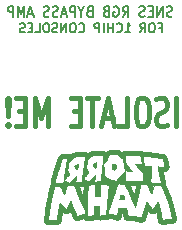
<source format=gbo>
%TF.GenerationSoftware,KiCad,Pcbnew,(5.1.2-1)-1*%
%TF.CreationDate,2020-09-09T12:48:07+02:00*%
%TF.ProjectId,RGB BYPASS AMP v3.1,52474220-4259-4504-9153-5320414d5020,2.21*%
%TF.SameCoordinates,Original*%
%TF.FileFunction,Legend,Bot*%
%TF.FilePolarity,Positive*%
%FSLAX46Y46*%
G04 Gerber Fmt 4.6, Leading zero omitted, Abs format (unit mm)*
G04 Created by KiCad (PCBNEW (5.1.2-1)-1) date 2020-09-09 12:48:07*
%MOMM*%
%LPD*%
G04 APERTURE LIST*
%ADD10C,0.400000*%
%ADD11C,0.152400*%
%ADD12C,0.175000*%
%ADD13C,0.010000*%
G04 APERTURE END LIST*
D10*
X74150714Y-138995714D02*
X74150714Y-136595714D01*
X73443571Y-138881428D02*
X73207857Y-138995714D01*
X72815000Y-138995714D01*
X72657857Y-138881428D01*
X72579285Y-138767142D01*
X72500714Y-138538571D01*
X72500714Y-138310000D01*
X72579285Y-138081428D01*
X72657857Y-137967142D01*
X72815000Y-137852857D01*
X73129285Y-137738571D01*
X73286428Y-137624285D01*
X73365000Y-137510000D01*
X73443571Y-137281428D01*
X73443571Y-137052857D01*
X73365000Y-136824285D01*
X73286428Y-136710000D01*
X73129285Y-136595714D01*
X72736428Y-136595714D01*
X72500714Y-136710000D01*
X71479285Y-136595714D02*
X71165000Y-136595714D01*
X71007857Y-136710000D01*
X70850714Y-136938571D01*
X70772142Y-137395714D01*
X70772142Y-138195714D01*
X70850714Y-138652857D01*
X71007857Y-138881428D01*
X71165000Y-138995714D01*
X71479285Y-138995714D01*
X71636428Y-138881428D01*
X71793571Y-138652857D01*
X71872142Y-138195714D01*
X71872142Y-137395714D01*
X71793571Y-136938571D01*
X71636428Y-136710000D01*
X71479285Y-136595714D01*
X69279285Y-138995714D02*
X70065000Y-138995714D01*
X70065000Y-136595714D01*
X68807857Y-138310000D02*
X68022142Y-138310000D01*
X68965000Y-138995714D02*
X68415000Y-136595714D01*
X67865000Y-138995714D01*
X67550714Y-136595714D02*
X66607857Y-136595714D01*
X67079285Y-138995714D02*
X67079285Y-136595714D01*
X66057857Y-137738571D02*
X65507857Y-137738571D01*
X65272142Y-138995714D02*
X66057857Y-138995714D01*
X66057857Y-136595714D01*
X65272142Y-136595714D01*
X63307857Y-138995714D02*
X63307857Y-136595714D01*
X62757857Y-138310000D01*
X62207857Y-136595714D01*
X62207857Y-138995714D01*
X61422142Y-137738571D02*
X60872142Y-137738571D01*
X60636428Y-138995714D02*
X61422142Y-138995714D01*
X61422142Y-136595714D01*
X60636428Y-136595714D01*
X59929285Y-138767142D02*
X59850714Y-138881428D01*
X59929285Y-138995714D01*
X60007857Y-138881428D01*
X59929285Y-138767142D01*
X59929285Y-138995714D01*
X59929285Y-138081428D02*
X60007857Y-136710000D01*
X59929285Y-136595714D01*
X59850714Y-136710000D01*
X59929285Y-138081428D01*
X59929285Y-136595714D01*
D11*
X72743809Y-130632857D02*
X72990476Y-130632857D01*
X72990476Y-131051904D02*
X72990476Y-130251904D01*
X72638095Y-130251904D01*
X72215238Y-130251904D02*
X72074285Y-130251904D01*
X72003809Y-130290000D01*
X71933333Y-130366190D01*
X71898095Y-130518571D01*
X71898095Y-130785238D01*
X71933333Y-130937619D01*
X72003809Y-131013809D01*
X72074285Y-131051904D01*
X72215238Y-131051904D01*
X72285714Y-131013809D01*
X72356190Y-130937619D01*
X72391428Y-130785238D01*
X72391428Y-130518571D01*
X72356190Y-130366190D01*
X72285714Y-130290000D01*
X72215238Y-130251904D01*
X71158095Y-131051904D02*
X71404761Y-130670952D01*
X71580952Y-131051904D02*
X71580952Y-130251904D01*
X71299047Y-130251904D01*
X71228571Y-130290000D01*
X71193333Y-130328095D01*
X71158095Y-130404285D01*
X71158095Y-130518571D01*
X71193333Y-130594761D01*
X71228571Y-130632857D01*
X71299047Y-130670952D01*
X71580952Y-130670952D01*
X69889523Y-131051904D02*
X70312380Y-131051904D01*
X70100952Y-131051904D02*
X70100952Y-130251904D01*
X70171428Y-130366190D01*
X70241904Y-130442380D01*
X70312380Y-130480476D01*
X69149523Y-130975714D02*
X69184761Y-131013809D01*
X69290476Y-131051904D01*
X69360952Y-131051904D01*
X69466666Y-131013809D01*
X69537142Y-130937619D01*
X69572380Y-130861428D01*
X69607619Y-130709047D01*
X69607619Y-130594761D01*
X69572380Y-130442380D01*
X69537142Y-130366190D01*
X69466666Y-130290000D01*
X69360952Y-130251904D01*
X69290476Y-130251904D01*
X69184761Y-130290000D01*
X69149523Y-130328095D01*
X68832380Y-131051904D02*
X68832380Y-130251904D01*
X68832380Y-130632857D02*
X68409523Y-130632857D01*
X68409523Y-131051904D02*
X68409523Y-130251904D01*
X68057142Y-131051904D02*
X68057142Y-130251904D01*
X67704761Y-131051904D02*
X67704761Y-130251904D01*
X67422857Y-130251904D01*
X67352380Y-130290000D01*
X67317142Y-130328095D01*
X67281904Y-130404285D01*
X67281904Y-130518571D01*
X67317142Y-130594761D01*
X67352380Y-130632857D01*
X67422857Y-130670952D01*
X67704761Y-130670952D01*
X65978095Y-130975714D02*
X66013333Y-131013809D01*
X66119047Y-131051904D01*
X66189523Y-131051904D01*
X66295238Y-131013809D01*
X66365714Y-130937619D01*
X66400952Y-130861428D01*
X66436190Y-130709047D01*
X66436190Y-130594761D01*
X66400952Y-130442380D01*
X66365714Y-130366190D01*
X66295238Y-130290000D01*
X66189523Y-130251904D01*
X66119047Y-130251904D01*
X66013333Y-130290000D01*
X65978095Y-130328095D01*
X65520000Y-130251904D02*
X65379047Y-130251904D01*
X65308571Y-130290000D01*
X65238095Y-130366190D01*
X65202857Y-130518571D01*
X65202857Y-130785238D01*
X65238095Y-130937619D01*
X65308571Y-131013809D01*
X65379047Y-131051904D01*
X65520000Y-131051904D01*
X65590476Y-131013809D01*
X65660952Y-130937619D01*
X65696190Y-130785238D01*
X65696190Y-130518571D01*
X65660952Y-130366190D01*
X65590476Y-130290000D01*
X65520000Y-130251904D01*
X64885714Y-131051904D02*
X64885714Y-130251904D01*
X64462857Y-131051904D01*
X64462857Y-130251904D01*
X64145714Y-131013809D02*
X64040000Y-131051904D01*
X63863809Y-131051904D01*
X63793333Y-131013809D01*
X63758095Y-130975714D01*
X63722857Y-130899523D01*
X63722857Y-130823333D01*
X63758095Y-130747142D01*
X63793333Y-130709047D01*
X63863809Y-130670952D01*
X64004761Y-130632857D01*
X64075238Y-130594761D01*
X64110476Y-130556666D01*
X64145714Y-130480476D01*
X64145714Y-130404285D01*
X64110476Y-130328095D01*
X64075238Y-130290000D01*
X64004761Y-130251904D01*
X63828571Y-130251904D01*
X63722857Y-130290000D01*
X63264761Y-130251904D02*
X63123809Y-130251904D01*
X63053333Y-130290000D01*
X62982857Y-130366190D01*
X62947619Y-130518571D01*
X62947619Y-130785238D01*
X62982857Y-130937619D01*
X63053333Y-131013809D01*
X63123809Y-131051904D01*
X63264761Y-131051904D01*
X63335238Y-131013809D01*
X63405714Y-130937619D01*
X63440952Y-130785238D01*
X63440952Y-130518571D01*
X63405714Y-130366190D01*
X63335238Y-130290000D01*
X63264761Y-130251904D01*
X62278095Y-131051904D02*
X62630476Y-131051904D01*
X62630476Y-130251904D01*
X62031428Y-130632857D02*
X61784761Y-130632857D01*
X61679047Y-131051904D02*
X62031428Y-131051904D01*
X62031428Y-130251904D01*
X61679047Y-130251904D01*
X61397142Y-131013809D02*
X61291428Y-131051904D01*
X61115238Y-131051904D01*
X61044761Y-131013809D01*
X61009523Y-130975714D01*
X60974285Y-130899523D01*
X60974285Y-130823333D01*
X61009523Y-130747142D01*
X61044761Y-130709047D01*
X61115238Y-130670952D01*
X61256190Y-130632857D01*
X61326666Y-130594761D01*
X61361904Y-130556666D01*
X61397142Y-130480476D01*
X61397142Y-130404285D01*
X61361904Y-130328095D01*
X61326666Y-130290000D01*
X61256190Y-130251904D01*
X61080000Y-130251904D01*
X60974285Y-130290000D01*
D12*
X73862380Y-129674285D02*
X73748095Y-129717142D01*
X73557619Y-129717142D01*
X73481428Y-129674285D01*
X73443333Y-129631428D01*
X73405238Y-129545714D01*
X73405238Y-129460000D01*
X73443333Y-129374285D01*
X73481428Y-129331428D01*
X73557619Y-129288571D01*
X73710000Y-129245714D01*
X73786190Y-129202857D01*
X73824285Y-129160000D01*
X73862380Y-129074285D01*
X73862380Y-128988571D01*
X73824285Y-128902857D01*
X73786190Y-128860000D01*
X73710000Y-128817142D01*
X73519523Y-128817142D01*
X73405238Y-128860000D01*
X73062380Y-129717142D02*
X73062380Y-128817142D01*
X72605238Y-129717142D01*
X72605238Y-128817142D01*
X72224285Y-129245714D02*
X71957619Y-129245714D01*
X71843333Y-129717142D02*
X72224285Y-129717142D01*
X72224285Y-128817142D01*
X71843333Y-128817142D01*
X71538571Y-129674285D02*
X71424285Y-129717142D01*
X71233809Y-129717142D01*
X71157619Y-129674285D01*
X71119523Y-129631428D01*
X71081428Y-129545714D01*
X71081428Y-129460000D01*
X71119523Y-129374285D01*
X71157619Y-129331428D01*
X71233809Y-129288571D01*
X71386190Y-129245714D01*
X71462380Y-129202857D01*
X71500476Y-129160000D01*
X71538571Y-129074285D01*
X71538571Y-128988571D01*
X71500476Y-128902857D01*
X71462380Y-128860000D01*
X71386190Y-128817142D01*
X71195714Y-128817142D01*
X71081428Y-128860000D01*
X69671904Y-129717142D02*
X69938571Y-129288571D01*
X70129047Y-129717142D02*
X70129047Y-128817142D01*
X69824285Y-128817142D01*
X69748095Y-128860000D01*
X69710000Y-128902857D01*
X69671904Y-128988571D01*
X69671904Y-129117142D01*
X69710000Y-129202857D01*
X69748095Y-129245714D01*
X69824285Y-129288571D01*
X70129047Y-129288571D01*
X68910000Y-128860000D02*
X68986190Y-128817142D01*
X69100476Y-128817142D01*
X69214761Y-128860000D01*
X69290952Y-128945714D01*
X69329047Y-129031428D01*
X69367142Y-129202857D01*
X69367142Y-129331428D01*
X69329047Y-129502857D01*
X69290952Y-129588571D01*
X69214761Y-129674285D01*
X69100476Y-129717142D01*
X69024285Y-129717142D01*
X68910000Y-129674285D01*
X68871904Y-129631428D01*
X68871904Y-129331428D01*
X69024285Y-129331428D01*
X68262380Y-129245714D02*
X68148095Y-129288571D01*
X68110000Y-129331428D01*
X68071904Y-129417142D01*
X68071904Y-129545714D01*
X68110000Y-129631428D01*
X68148095Y-129674285D01*
X68224285Y-129717142D01*
X68529047Y-129717142D01*
X68529047Y-128817142D01*
X68262380Y-128817142D01*
X68186190Y-128860000D01*
X68148095Y-128902857D01*
X68110000Y-128988571D01*
X68110000Y-129074285D01*
X68148095Y-129160000D01*
X68186190Y-129202857D01*
X68262380Y-129245714D01*
X68529047Y-129245714D01*
X66852857Y-129245714D02*
X66738571Y-129288571D01*
X66700476Y-129331428D01*
X66662380Y-129417142D01*
X66662380Y-129545714D01*
X66700476Y-129631428D01*
X66738571Y-129674285D01*
X66814761Y-129717142D01*
X67119523Y-129717142D01*
X67119523Y-128817142D01*
X66852857Y-128817142D01*
X66776666Y-128860000D01*
X66738571Y-128902857D01*
X66700476Y-128988571D01*
X66700476Y-129074285D01*
X66738571Y-129160000D01*
X66776666Y-129202857D01*
X66852857Y-129245714D01*
X67119523Y-129245714D01*
X66167142Y-129288571D02*
X66167142Y-129717142D01*
X66433809Y-128817142D02*
X66167142Y-129288571D01*
X65900476Y-128817142D01*
X65633809Y-129717142D02*
X65633809Y-128817142D01*
X65329047Y-128817142D01*
X65252857Y-128860000D01*
X65214761Y-128902857D01*
X65176666Y-128988571D01*
X65176666Y-129117142D01*
X65214761Y-129202857D01*
X65252857Y-129245714D01*
X65329047Y-129288571D01*
X65633809Y-129288571D01*
X64871904Y-129460000D02*
X64490952Y-129460000D01*
X64948095Y-129717142D02*
X64681428Y-128817142D01*
X64414761Y-129717142D01*
X64186190Y-129674285D02*
X64071904Y-129717142D01*
X63881428Y-129717142D01*
X63805238Y-129674285D01*
X63767142Y-129631428D01*
X63729047Y-129545714D01*
X63729047Y-129460000D01*
X63767142Y-129374285D01*
X63805238Y-129331428D01*
X63881428Y-129288571D01*
X64033809Y-129245714D01*
X64110000Y-129202857D01*
X64148095Y-129160000D01*
X64186190Y-129074285D01*
X64186190Y-128988571D01*
X64148095Y-128902857D01*
X64110000Y-128860000D01*
X64033809Y-128817142D01*
X63843333Y-128817142D01*
X63729047Y-128860000D01*
X63424285Y-129674285D02*
X63310000Y-129717142D01*
X63119523Y-129717142D01*
X63043333Y-129674285D01*
X63005238Y-129631428D01*
X62967142Y-129545714D01*
X62967142Y-129460000D01*
X63005238Y-129374285D01*
X63043333Y-129331428D01*
X63119523Y-129288571D01*
X63271904Y-129245714D01*
X63348095Y-129202857D01*
X63386190Y-129160000D01*
X63424285Y-129074285D01*
X63424285Y-128988571D01*
X63386190Y-128902857D01*
X63348095Y-128860000D01*
X63271904Y-128817142D01*
X63081428Y-128817142D01*
X62967142Y-128860000D01*
X62052857Y-129460000D02*
X61671904Y-129460000D01*
X62129047Y-129717142D02*
X61862380Y-128817142D01*
X61595714Y-129717142D01*
X61329047Y-129717142D02*
X61329047Y-128817142D01*
X61062380Y-129460000D01*
X60795714Y-128817142D01*
X60795714Y-129717142D01*
X60414761Y-129717142D02*
X60414761Y-128817142D01*
X60110000Y-128817142D01*
X60033809Y-128860000D01*
X59995714Y-128902857D01*
X59957619Y-128988571D01*
X59957619Y-129117142D01*
X59995714Y-129202857D01*
X60033809Y-129245714D01*
X60110000Y-129288571D01*
X60414761Y-129288571D01*
D13*
G36*
X68781646Y-140991776D02*
G01*
X68693192Y-140993172D01*
X68617260Y-140995930D01*
X68558943Y-141000117D01*
X68529304Y-141004343D01*
X68469850Y-141022497D01*
X68409133Y-141050199D01*
X68355530Y-141082754D01*
X68317419Y-141115471D01*
X68307917Y-141128356D01*
X68285776Y-141164869D01*
X68269721Y-141179903D01*
X68252014Y-141176586D01*
X68228310Y-141160522D01*
X68183458Y-141137710D01*
X68114380Y-141117486D01*
X68020007Y-141099635D01*
X67899274Y-141083942D01*
X67799778Y-141074238D01*
X67702787Y-141067100D01*
X67597066Y-141061598D01*
X67487227Y-141057750D01*
X67377885Y-141055579D01*
X67273653Y-141055105D01*
X67179144Y-141056349D01*
X67098973Y-141059334D01*
X67037752Y-141064079D01*
X67000163Y-141070584D01*
X66949368Y-141095550D01*
X66885275Y-141143147D01*
X66837036Y-141185893D01*
X66732692Y-141283339D01*
X66689155Y-141255774D01*
X66652263Y-141235963D01*
X66608758Y-141220171D01*
X66555510Y-141208086D01*
X66489389Y-141199394D01*
X66407265Y-141193781D01*
X66306007Y-141190934D01*
X66182485Y-141190539D01*
X66052256Y-141191980D01*
X65901259Y-141195063D01*
X65775100Y-141199664D01*
X65670407Y-141206542D01*
X65583805Y-141216455D01*
X65511922Y-141230162D01*
X65451383Y-141248420D01*
X65398816Y-141271988D01*
X65350847Y-141301622D01*
X65304103Y-141338083D01*
X65270833Y-141367586D01*
X65232500Y-141402820D01*
X65179111Y-141367735D01*
X65120417Y-141335945D01*
X65054569Y-141314403D01*
X64978320Y-141303051D01*
X64888421Y-141301833D01*
X64781622Y-141310692D01*
X64654675Y-141329571D01*
X64515384Y-141356133D01*
X64428887Y-141377472D01*
X64366845Y-141401316D01*
X64335913Y-141420253D01*
X64284488Y-141470300D01*
X64235915Y-141536019D01*
X64198482Y-141605389D01*
X64186940Y-141636334D01*
X64172989Y-141678482D01*
X64159750Y-141713154D01*
X64158522Y-141715944D01*
X64150253Y-141737623D01*
X64134674Y-141781436D01*
X64113361Y-141842731D01*
X64087889Y-141916855D01*
X64059835Y-141999156D01*
X64030775Y-142084982D01*
X64002285Y-142169679D01*
X63975941Y-142248597D01*
X63953320Y-142317082D01*
X63935996Y-142370482D01*
X63926675Y-142400333D01*
X63913332Y-142444063D01*
X63894868Y-142503561D01*
X63874739Y-142567709D01*
X63869658Y-142583778D01*
X63841984Y-142673757D01*
X63809281Y-142784315D01*
X63773302Y-142909153D01*
X63735799Y-143041973D01*
X63698526Y-143176477D01*
X63663234Y-143306367D01*
X63631676Y-143425345D01*
X63605604Y-143527113D01*
X63594153Y-143573825D01*
X63578550Y-143643792D01*
X63570448Y-143695984D01*
X63569035Y-143739597D01*
X63573501Y-143783826D01*
X63574864Y-143792547D01*
X63581313Y-143845189D01*
X63579138Y-143882608D01*
X63567324Y-143916761D01*
X63563675Y-143924333D01*
X63553468Y-143952129D01*
X63537963Y-144003935D01*
X63518039Y-144076224D01*
X63494571Y-144165466D01*
X63468436Y-144268133D01*
X63440511Y-144380698D01*
X63411673Y-144499631D01*
X63382798Y-144621405D01*
X63354763Y-144742491D01*
X63328444Y-144859361D01*
X63307716Y-144954444D01*
X63267496Y-145149775D01*
X63228156Y-145354895D01*
X63190933Y-145562615D01*
X63157065Y-145765743D01*
X63127788Y-145957088D01*
X63104341Y-146129460D01*
X63101324Y-146153889D01*
X63092395Y-146224885D01*
X63082863Y-146296809D01*
X63074388Y-146357240D01*
X63072095Y-146372611D01*
X63050828Y-146527186D01*
X63035672Y-146670782D01*
X63026765Y-146800217D01*
X63024246Y-146912314D01*
X63028254Y-147003891D01*
X63038927Y-147071770D01*
X63041247Y-147080167D01*
X63073315Y-147144748D01*
X63125971Y-147204707D01*
X63191698Y-147252837D01*
X63247001Y-147277466D01*
X63316940Y-147292336D01*
X63412998Y-147301030D01*
X63533747Y-147303502D01*
X63677757Y-147299705D01*
X63771056Y-147294632D01*
X63910367Y-147284294D01*
X64024812Y-147272084D01*
X64117729Y-147257181D01*
X64192453Y-147238761D01*
X64252322Y-147216001D01*
X64300673Y-147188078D01*
X64340843Y-147154170D01*
X64340896Y-147154118D01*
X64373996Y-147116064D01*
X64400058Y-147072970D01*
X64420617Y-147020039D01*
X64437210Y-146952474D01*
X64451373Y-146865480D01*
X64462418Y-146774778D01*
X64479452Y-146622305D01*
X64494590Y-146490840D01*
X64507675Y-146381650D01*
X64518547Y-146295998D01*
X64527049Y-146235152D01*
X64533022Y-146200376D01*
X64535302Y-146192588D01*
X64548394Y-146195347D01*
X64575802Y-146213482D01*
X64608158Y-146240114D01*
X64652638Y-146275912D01*
X64697722Y-146306418D01*
X64723556Y-146320292D01*
X64775748Y-146334426D01*
X64843770Y-146341361D01*
X64916108Y-146340888D01*
X64981248Y-146332795D01*
X65008436Y-146325512D01*
X65061353Y-146297290D01*
X65116461Y-146252168D01*
X65164265Y-146198933D01*
X65190631Y-146156900D01*
X65212830Y-146111063D01*
X65230626Y-146171282D01*
X65248687Y-146222836D01*
X65270445Y-146272883D01*
X65274520Y-146280889D01*
X65289158Y-146311536D01*
X65311665Y-146362223D01*
X65339378Y-146426804D01*
X65369637Y-146499133D01*
X65381438Y-146527833D01*
X65412574Y-146601873D01*
X65443085Y-146670765D01*
X65470090Y-146728254D01*
X65490709Y-146768080D01*
X65496191Y-146777161D01*
X65556912Y-146844470D01*
X65637811Y-146892491D01*
X65719031Y-146917147D01*
X65769025Y-146925509D01*
X65811375Y-146926756D01*
X65858266Y-146920353D01*
X65909531Y-146908806D01*
X65963048Y-146895124D01*
X66007404Y-146882636D01*
X66034042Y-146873771D01*
X66035889Y-146872948D01*
X66082385Y-146852256D01*
X66135697Y-146832467D01*
X66204678Y-146810387D01*
X66232495Y-146802023D01*
X66337378Y-146770833D01*
X66366550Y-146805648D01*
X66433691Y-146864043D01*
X66521287Y-146904334D01*
X66627888Y-146926212D01*
X66752048Y-146929371D01*
X66882556Y-146915149D01*
X66930957Y-146908185D01*
X66996838Y-146900045D01*
X67069563Y-146892002D01*
X67108333Y-146888110D01*
X67210741Y-146876753D01*
X67297838Y-146864061D01*
X67366105Y-146850688D01*
X67412022Y-146837286D01*
X67428417Y-146828707D01*
X67454655Y-146824998D01*
X67477806Y-146835745D01*
X67512615Y-146853751D01*
X67554653Y-146867316D01*
X67607544Y-146876780D01*
X67674911Y-146882481D01*
X67760380Y-146884760D01*
X67867574Y-146883955D01*
X67966148Y-146881479D01*
X68099183Y-146876532D01*
X68207311Y-146870089D01*
X68293835Y-146861440D01*
X68362061Y-146849875D01*
X68415292Y-146834681D01*
X68456831Y-146815148D01*
X68489984Y-146790564D01*
X68515630Y-146763229D01*
X68526320Y-146754392D01*
X68543227Y-146751200D01*
X68571703Y-146754169D01*
X68617098Y-146763817D01*
X68677908Y-146778909D01*
X68748428Y-146797214D01*
X68818225Y-146815873D01*
X68876835Y-146832065D01*
X68900445Y-146838878D01*
X68989497Y-146864789D01*
X69057177Y-146882848D01*
X69108972Y-146893873D01*
X69150369Y-146898679D01*
X69186854Y-146898083D01*
X69223915Y-146892901D01*
X69241034Y-146889540D01*
X69334919Y-146860778D01*
X69408462Y-146816091D01*
X69464004Y-146752914D01*
X69503882Y-146668682D01*
X69527884Y-146575066D01*
X69540228Y-146509962D01*
X69552612Y-146445891D01*
X69562641Y-146395221D01*
X69563869Y-146389173D01*
X69572335Y-146339144D01*
X69577265Y-146293410D01*
X69577778Y-146279812D01*
X69580262Y-146252962D01*
X69593193Y-146241304D01*
X69624791Y-146238580D01*
X69631962Y-146238556D01*
X69686147Y-146238556D01*
X69702790Y-146333806D01*
X69713591Y-146399833D01*
X69724943Y-146475760D01*
X69733034Y-146534889D01*
X69751565Y-146648295D01*
X69774846Y-146738775D01*
X69802285Y-146804264D01*
X69816486Y-146825871D01*
X69869039Y-146879684D01*
X69932002Y-146918653D01*
X70008258Y-146943315D01*
X70100689Y-146954207D01*
X70212178Y-146951866D01*
X70345607Y-146936830D01*
X70382111Y-146931249D01*
X70404863Y-146928074D01*
X70427693Y-146926461D01*
X70453597Y-146926922D01*
X70485572Y-146929974D01*
X70526612Y-146936131D01*
X70579713Y-146945908D01*
X70647871Y-146959819D01*
X70734080Y-146978380D01*
X70841338Y-147002106D01*
X70972639Y-147031511D01*
X70995945Y-147036747D01*
X71087951Y-147055907D01*
X71160368Y-147066749D01*
X71220477Y-147069579D01*
X71275561Y-147064705D01*
X71332901Y-147052434D01*
X71337655Y-147051182D01*
X71412086Y-147023116D01*
X71473011Y-146980378D01*
X71523292Y-146919555D01*
X71565790Y-146837234D01*
X71601370Y-146736631D01*
X71622389Y-146667862D01*
X71647995Y-146584867D01*
X71676095Y-146494347D01*
X71704596Y-146403005D01*
X71731408Y-146317542D01*
X71754438Y-146244660D01*
X71771595Y-146191060D01*
X71773517Y-146185146D01*
X71785652Y-146143108D01*
X71792592Y-146109767D01*
X71793222Y-146102196D01*
X71800201Y-146102911D01*
X71818912Y-146123536D01*
X71846022Y-146160120D01*
X71862125Y-146183828D01*
X71914593Y-146255581D01*
X71965061Y-146305738D01*
X72020444Y-146339481D01*
X72087658Y-146361991D01*
X72105387Y-146366096D01*
X72196829Y-146373854D01*
X72286702Y-146359496D01*
X72368715Y-146325377D01*
X72436579Y-146273850D01*
X72472227Y-146228796D01*
X72491948Y-146199885D01*
X72505208Y-146185930D01*
X72507204Y-146185833D01*
X72513446Y-146203045D01*
X72523370Y-146243300D01*
X72536042Y-146301799D01*
X72550529Y-146373744D01*
X72565900Y-146454335D01*
X72581220Y-146538773D01*
X72595556Y-146622259D01*
X72607977Y-146699994D01*
X72610727Y-146718333D01*
X72622849Y-146797971D01*
X72635063Y-146873911D01*
X72646134Y-146938744D01*
X72654827Y-146985060D01*
X72656621Y-146993500D01*
X72687941Y-147082479D01*
X72738968Y-147152783D01*
X72811228Y-147205885D01*
X72906246Y-147243260D01*
X72918407Y-147246540D01*
X72946792Y-147253364D01*
X72973942Y-147257980D01*
X73004070Y-147260238D01*
X73041392Y-147259991D01*
X73090121Y-147257091D01*
X73154472Y-147251390D01*
X73238659Y-147242739D01*
X73340342Y-147231709D01*
X73441984Y-147220614D01*
X73540788Y-147209918D01*
X73631140Y-147200221D01*
X73707424Y-147192124D01*
X73764026Y-147186230D01*
X73782889Y-147184326D01*
X73861741Y-147175129D01*
X73920144Y-147164235D01*
X73965866Y-147149488D01*
X74006678Y-147128731D01*
X74025177Y-147117076D01*
X74085906Y-147061580D01*
X74134036Y-146986735D01*
X74165938Y-146899950D01*
X74175967Y-146823915D01*
X73832278Y-146823915D01*
X73479500Y-146861267D01*
X73380914Y-146871763D01*
X73290100Y-146881543D01*
X73211322Y-146890137D01*
X73148844Y-146897079D01*
X73106928Y-146901900D01*
X73091445Y-146903858D01*
X73054958Y-146909386D01*
X73027975Y-146911136D01*
X73008355Y-146905558D01*
X72993955Y-146889100D01*
X72982633Y-146858211D01*
X72972246Y-146809340D01*
X72960651Y-146738935D01*
X72949730Y-146668944D01*
X72932975Y-146566836D01*
X72913054Y-146452686D01*
X72892148Y-146338608D01*
X72872442Y-146236715D01*
X72867090Y-146210333D01*
X72851636Y-146138308D01*
X72832288Y-146052924D01*
X72810083Y-145958308D01*
X72786059Y-145858590D01*
X72761254Y-145757899D01*
X72736707Y-145660363D01*
X72713454Y-145570112D01*
X72692534Y-145491275D01*
X72674986Y-145427979D01*
X72661846Y-145384355D01*
X72654678Y-145365379D01*
X72646002Y-145366622D01*
X72627367Y-145385485D01*
X72597853Y-145423217D01*
X72556541Y-145481067D01*
X72502514Y-145560284D01*
X72434853Y-145662116D01*
X72421539Y-145682359D01*
X72364158Y-145769553D01*
X72311570Y-145849151D01*
X72265829Y-145918067D01*
X72228991Y-145973215D01*
X72203112Y-146011509D01*
X72190248Y-146029862D01*
X72189446Y-146030839D01*
X72177887Y-146024536D01*
X72154904Y-145998824D01*
X72124171Y-145958138D01*
X72099245Y-145921969D01*
X72060269Y-145864465D01*
X72009121Y-145790541D01*
X71950294Y-145706554D01*
X71888278Y-145618861D01*
X71827565Y-145533822D01*
X71772647Y-145457793D01*
X71737236Y-145409528D01*
X71713459Y-145380639D01*
X71695771Y-145364736D01*
X71692720Y-145363667D01*
X71685925Y-145376611D01*
X71671701Y-145413362D01*
X71651068Y-145470799D01*
X71625045Y-145545801D01*
X71594651Y-145635245D01*
X71560903Y-145736012D01*
X71524822Y-145844979D01*
X71487426Y-145959025D01*
X71449733Y-146075029D01*
X71412764Y-146189869D01*
X71377535Y-146300425D01*
X71345067Y-146403574D01*
X71316377Y-146496196D01*
X71292486Y-146575169D01*
X71274411Y-146637371D01*
X71263176Y-146679661D01*
X71252260Y-146710772D01*
X71241209Y-146726427D01*
X71221997Y-146727357D01*
X71183675Y-146722318D01*
X71134462Y-146712400D01*
X71133411Y-146712156D01*
X71089678Y-146702200D01*
X71024468Y-146687615D01*
X70943886Y-146669754D01*
X70854038Y-146649971D01*
X70761026Y-146629617D01*
X70754548Y-146628205D01*
X70470818Y-146566351D01*
X70345326Y-146585937D01*
X70279282Y-146596079D01*
X70215124Y-146605652D01*
X70164261Y-146612960D01*
X70154048Y-146614358D01*
X70088263Y-146623192D01*
X70078205Y-146540235D01*
X70072851Y-146500211D01*
X70063943Y-146438253D01*
X70052364Y-146360296D01*
X70038996Y-146272277D01*
X70024721Y-146180134D01*
X70023926Y-146175056D01*
X69979705Y-145892833D01*
X69642125Y-145889044D01*
X69547066Y-145888462D01*
X69461367Y-145888861D01*
X69389075Y-145890147D01*
X69334235Y-145892226D01*
X69300891Y-145895004D01*
X69292622Y-145897179D01*
X69286411Y-145915152D01*
X69278337Y-145955245D01*
X69269449Y-146011505D01*
X69260869Y-146077357D01*
X69251405Y-146153593D01*
X69240478Y-146235100D01*
X69228864Y-146316789D01*
X69217338Y-146393568D01*
X69206676Y-146460348D01*
X69197655Y-146512039D01*
X69191049Y-146543550D01*
X69188778Y-146550354D01*
X69174257Y-146549419D01*
X69136712Y-146541916D01*
X69080314Y-146528821D01*
X69009235Y-146511112D01*
X68927646Y-146489764D01*
X68911539Y-146485441D01*
X68817249Y-146460514D01*
X68722094Y-146436200D01*
X68633251Y-146414274D01*
X68557898Y-146396511D01*
X68507123Y-146385463D01*
X68449397Y-146372280D01*
X68402965Y-146358763D01*
X68374263Y-146346936D01*
X68368321Y-146341773D01*
X68370554Y-146321440D01*
X68382634Y-146276304D01*
X68404062Y-146207817D01*
X68434338Y-146117432D01*
X68472962Y-146006604D01*
X68519436Y-145876784D01*
X68573260Y-145729428D01*
X68633935Y-145565987D01*
X68646284Y-145533000D01*
X68685597Y-145427655D01*
X68731818Y-145303021D01*
X68782276Y-145166354D01*
X68834297Y-145024911D01*
X68885208Y-144885948D01*
X68932334Y-144756720D01*
X68937403Y-144742778D01*
X69002226Y-144564342D01*
X69058088Y-144410587D01*
X69105714Y-144279684D01*
X69145828Y-144169807D01*
X69179157Y-144079127D01*
X69206426Y-144005817D01*
X69228359Y-143948049D01*
X69229443Y-143945292D01*
X68861903Y-143945292D01*
X68853707Y-143976055D01*
X68837311Y-144029477D01*
X68836597Y-144025160D01*
X68488191Y-144025160D01*
X68487031Y-144058080D01*
X68484296Y-144102842D01*
X68479873Y-144161252D01*
X68473653Y-144235121D01*
X68465525Y-144326256D01*
X68455378Y-144436466D01*
X68443104Y-144567560D01*
X68428590Y-144721346D01*
X68411726Y-144899633D01*
X68392556Y-145102611D01*
X68377045Y-145267269D01*
X68361681Y-145430689D01*
X68346779Y-145589487D01*
X68332657Y-145740279D01*
X68319631Y-145879680D01*
X68308016Y-146004306D01*
X68298130Y-146110772D01*
X68290288Y-146195694D01*
X68285080Y-146252667D01*
X68277167Y-146335636D01*
X68269439Y-146408730D01*
X68262441Y-146467372D01*
X68256719Y-146506985D01*
X68252857Y-146522952D01*
X68236786Y-146526185D01*
X68196814Y-146529924D01*
X68137251Y-146533893D01*
X68062407Y-146537814D01*
X67976593Y-146541411D01*
X67951702Y-146542305D01*
X67659127Y-146552428D01*
X67655369Y-146167400D01*
X67651611Y-145782373D01*
X67482278Y-145742914D01*
X67414550Y-145727581D01*
X67355011Y-145714931D01*
X67310057Y-145706268D01*
X67286086Y-145702896D01*
X67285983Y-145702894D01*
X67278218Y-145703697D01*
X67272202Y-145708481D01*
X67267803Y-145720263D01*
X67264886Y-145742063D01*
X67263319Y-145776901D01*
X67262967Y-145827794D01*
X67263697Y-145897762D01*
X67265375Y-145989823D01*
X67267868Y-146106997D01*
X67267947Y-146110590D01*
X67276871Y-146518846D01*
X67203186Y-146528031D01*
X67161405Y-146533285D01*
X67099428Y-146541137D01*
X67025052Y-146550598D01*
X66946075Y-146560676D01*
X66931945Y-146562483D01*
X66855850Y-146571897D01*
X66785719Y-146579995D01*
X66728337Y-146586033D01*
X66690491Y-146589266D01*
X66685000Y-146589545D01*
X66635611Y-146591339D01*
X66636763Y-146325409D01*
X66543889Y-146325409D01*
X66530246Y-146339134D01*
X66490094Y-146357897D01*
X66424596Y-146381196D01*
X66385139Y-146393647D01*
X66312623Y-146416286D01*
X66223327Y-146444851D01*
X66127174Y-146476132D01*
X66034086Y-146506919D01*
X66007667Y-146515771D01*
X65933877Y-146539858D01*
X65869615Y-146559453D01*
X65819522Y-146573249D01*
X65788242Y-146579943D01*
X65780066Y-146579749D01*
X65770472Y-146562147D01*
X65751522Y-146520893D01*
X65724291Y-146458561D01*
X65689854Y-146377723D01*
X65649285Y-146280954D01*
X65603659Y-146170824D01*
X65554050Y-146049908D01*
X65501532Y-145920777D01*
X65447181Y-145786006D01*
X65414907Y-145705433D01*
X65365512Y-145582796D01*
X65325189Y-145485014D01*
X65293205Y-145410476D01*
X65268827Y-145357571D01*
X65251324Y-145324691D01*
X65239963Y-145310223D01*
X65235160Y-145310321D01*
X65225157Y-145327340D01*
X65204402Y-145366153D01*
X65174694Y-145423275D01*
X65137829Y-145495220D01*
X65095606Y-145578504D01*
X65049821Y-145669642D01*
X65049350Y-145670583D01*
X65004122Y-145760625D01*
X64962971Y-145841797D01*
X64927576Y-145910848D01*
X64899617Y-145964525D01*
X64880772Y-145999577D01*
X64872722Y-146012751D01*
X64872639Y-146012778D01*
X64861916Y-146002897D01*
X64834520Y-145975041D01*
X64793011Y-145931888D01*
X64739952Y-145876116D01*
X64677901Y-145810404D01*
X64609589Y-145737611D01*
X64540907Y-145664591D01*
X64478391Y-145598853D01*
X64424652Y-145543085D01*
X64382299Y-145499970D01*
X64353941Y-145472195D01*
X64342208Y-145462444D01*
X64336020Y-145475486D01*
X64325533Y-145511425D01*
X64311978Y-145565485D01*
X64296589Y-145632891D01*
X64288491Y-145670583D01*
X64263495Y-145790135D01*
X64242477Y-145893255D01*
X64224683Y-145984837D01*
X64209361Y-146069774D01*
X64195757Y-146152960D01*
X64183116Y-146239287D01*
X64170686Y-146333649D01*
X64157713Y-146440940D01*
X64143443Y-146566052D01*
X64127123Y-146713879D01*
X64125430Y-146729358D01*
X64117389Y-146796586D01*
X64109294Y-146853377D01*
X64102059Y-146893952D01*
X64096599Y-146912534D01*
X64096370Y-146912803D01*
X64077767Y-146918682D01*
X64036425Y-146924679D01*
X63976819Y-146930594D01*
X63903422Y-146936231D01*
X63820709Y-146941390D01*
X63733153Y-146945875D01*
X63645229Y-146949486D01*
X63561412Y-146952026D01*
X63486174Y-146953298D01*
X63423992Y-146953102D01*
X63379338Y-146951242D01*
X63356686Y-146947519D01*
X63354778Y-146945618D01*
X63356411Y-146920816D01*
X63360976Y-146872458D01*
X63367974Y-146804999D01*
X63376903Y-146722896D01*
X63387263Y-146630606D01*
X63398553Y-146532584D01*
X63410274Y-146433286D01*
X63421924Y-146337170D01*
X63433003Y-146248690D01*
X63433396Y-146245611D01*
X63451093Y-146114937D01*
X63472765Y-145967149D01*
X63497386Y-145808407D01*
X63523928Y-145644872D01*
X63551364Y-145482701D01*
X63578665Y-145328056D01*
X63604804Y-145187096D01*
X63628753Y-145065981D01*
X63635865Y-145032056D01*
X63660218Y-144920506D01*
X63686649Y-144804020D01*
X63714318Y-144685899D01*
X63742385Y-144569440D01*
X63770010Y-144457944D01*
X63796354Y-144354711D01*
X63820577Y-144263039D01*
X63841837Y-144186228D01*
X63859297Y-144127579D01*
X63872115Y-144090390D01*
X63878687Y-144078145D01*
X63901032Y-144072515D01*
X63943706Y-144068189D01*
X63998825Y-144065869D01*
X64019360Y-144065660D01*
X64095471Y-144064418D01*
X64181921Y-144061351D01*
X64260937Y-144057101D01*
X64266305Y-144056736D01*
X64391945Y-144048029D01*
X64465328Y-144208431D01*
X64521886Y-144331266D01*
X64573258Y-144441272D01*
X64618424Y-144536356D01*
X64656362Y-144614423D01*
X64686053Y-144673379D01*
X64706477Y-144711131D01*
X64716613Y-144725583D01*
X64717273Y-144725542D01*
X64722832Y-144710886D01*
X64735278Y-144672823D01*
X64753474Y-144615004D01*
X64776283Y-144541079D01*
X64802568Y-144454698D01*
X64827980Y-144370242D01*
X64856340Y-144275936D01*
X64882153Y-144190914D01*
X64904296Y-144118805D01*
X64921647Y-144063243D01*
X64933084Y-144027857D01*
X64937384Y-144016270D01*
X64953417Y-144012812D01*
X64992368Y-144008361D01*
X65049121Y-144003248D01*
X65118560Y-143997804D01*
X65195568Y-143992357D01*
X65275028Y-143987239D01*
X65351825Y-143982778D01*
X65420841Y-143979305D01*
X65476960Y-143977150D01*
X65515065Y-143976643D01*
X65529993Y-143978054D01*
X65537469Y-143993212D01*
X65554009Y-144031135D01*
X65578181Y-144088390D01*
X65608550Y-144161545D01*
X65643683Y-144247168D01*
X65682145Y-144341827D01*
X65687357Y-144354722D01*
X65815241Y-144666422D01*
X65948929Y-144983138D01*
X66083868Y-145294238D01*
X66215509Y-145589085D01*
X66217894Y-145594341D01*
X66253055Y-145672108D01*
X66283835Y-145740786D01*
X66308457Y-145796361D01*
X66325145Y-145834819D01*
X66332121Y-145852147D01*
X66332222Y-145852642D01*
X66337973Y-145866871D01*
X66353924Y-145902343D01*
X66378129Y-145954826D01*
X66408638Y-146020089D01*
X66438056Y-146082419D01*
X66472565Y-146156316D01*
X66502364Y-146222190D01*
X66525472Y-146275492D01*
X66539910Y-146311677D01*
X66543889Y-146325409D01*
X66636763Y-146325409D01*
X66638104Y-146016308D01*
X66639101Y-145873684D01*
X66640824Y-145724590D01*
X66643159Y-145574902D01*
X66645992Y-145430497D01*
X66649209Y-145297251D01*
X66652695Y-145181040D01*
X66655984Y-145095556D01*
X66663541Y-144931483D01*
X66671362Y-144772345D01*
X66679292Y-144620571D01*
X66687179Y-144478592D01*
X66694871Y-144348839D01*
X66702215Y-144233744D01*
X66709060Y-144135736D01*
X66715251Y-144057246D01*
X66718061Y-144027744D01*
X66372682Y-144027744D01*
X66369475Y-144064465D01*
X66369261Y-144066179D01*
X66366362Y-144098233D01*
X66362561Y-144153546D01*
X66358145Y-144227184D01*
X66353404Y-144314208D01*
X66348624Y-144409682D01*
X66346241Y-144460556D01*
X66341527Y-144559589D01*
X66336696Y-144653770D01*
X66332042Y-144737894D01*
X66327860Y-144806759D01*
X66324442Y-144855162D01*
X66323144Y-144869754D01*
X66315205Y-144947342D01*
X66281997Y-144883865D01*
X66259888Y-144838705D01*
X66232945Y-144779568D01*
X66206739Y-144718712D01*
X66205015Y-144714556D01*
X66176985Y-144646863D01*
X66144867Y-144569413D01*
X66115419Y-144498501D01*
X66114309Y-144495833D01*
X66074559Y-144398700D01*
X66026126Y-144277716D01*
X65970065Y-144135521D01*
X65955750Y-144098934D01*
X65965388Y-144089272D01*
X66002621Y-144081042D01*
X66067736Y-144074182D01*
X66073852Y-144073713D01*
X66166905Y-144064609D01*
X66247162Y-144052578D01*
X66309970Y-144038525D01*
X66350678Y-144023352D01*
X66358200Y-144018470D01*
X66369279Y-144013946D01*
X66372682Y-144027744D01*
X66718061Y-144027744D01*
X66720638Y-144000706D01*
X66725066Y-143968547D01*
X66727103Y-143962057D01*
X66745204Y-143955898D01*
X66787225Y-143947961D01*
X66848961Y-143938791D01*
X66926208Y-143928932D01*
X67014759Y-143918928D01*
X67110410Y-143909325D01*
X67187725Y-143902422D01*
X67302395Y-143892772D01*
X67308224Y-144373597D01*
X67309836Y-144487341D01*
X67311765Y-144591967D01*
X67313916Y-144684165D01*
X67316194Y-144760623D01*
X67318502Y-144818030D01*
X67320745Y-144853075D01*
X67322367Y-144862737D01*
X67338760Y-144868136D01*
X67376763Y-144876560D01*
X67430218Y-144886963D01*
X67492968Y-144898295D01*
X67558858Y-144909511D01*
X67621730Y-144919561D01*
X67675428Y-144927399D01*
X67713795Y-144931976D01*
X67730674Y-144932245D01*
X67730715Y-144932222D01*
X67733556Y-144917263D01*
X67736890Y-144878087D01*
X67740492Y-144818690D01*
X67744137Y-144743067D01*
X67747600Y-144655214D01*
X67749489Y-144598564D01*
X67753830Y-144467474D01*
X67758519Y-144340746D01*
X67763402Y-144221441D01*
X67768327Y-144112623D01*
X67773141Y-144017355D01*
X67777690Y-143938699D01*
X67781823Y-143879717D01*
X67785387Y-143843473D01*
X67787689Y-143832940D01*
X67801983Y-143834587D01*
X67839477Y-143841396D01*
X67895811Y-143852454D01*
X67966625Y-143866846D01*
X68047560Y-143883657D01*
X68134256Y-143901971D01*
X68222352Y-143920875D01*
X68307489Y-143939452D01*
X68385307Y-143956789D01*
X68451446Y-143971970D01*
X68461438Y-143974323D01*
X68468222Y-143975002D01*
X68474204Y-143974861D01*
X68479271Y-143975709D01*
X68483314Y-143979354D01*
X68486221Y-143987605D01*
X68487884Y-144002271D01*
X68488191Y-144025160D01*
X68836597Y-144025160D01*
X68828032Y-143973377D01*
X68823307Y-143936904D01*
X68822859Y-143914484D01*
X68823713Y-143912007D01*
X68839178Y-143911596D01*
X68849387Y-143914685D01*
X68861627Y-143924489D01*
X68861903Y-143945292D01*
X69229443Y-143945292D01*
X69245682Y-143903997D01*
X69259121Y-143871831D01*
X69269399Y-143849726D01*
X69277244Y-143835852D01*
X69283379Y-143828383D01*
X69288530Y-143825492D01*
X69293423Y-143825349D01*
X69298782Y-143826129D01*
X69301089Y-143826287D01*
X69328817Y-143828352D01*
X69376513Y-143833313D01*
X69438951Y-143840497D01*
X69510902Y-143849231D01*
X69587139Y-143858843D01*
X69662436Y-143868662D01*
X69731565Y-143878014D01*
X69789299Y-143886228D01*
X69830410Y-143892630D01*
X69849672Y-143896549D01*
X69850420Y-143896944D01*
X69854869Y-143904964D01*
X69865162Y-143925846D01*
X69882033Y-143961158D01*
X69906215Y-144012469D01*
X69938443Y-144081347D01*
X69979450Y-144169360D01*
X70029969Y-144278077D01*
X70090735Y-144409068D01*
X70162480Y-144563899D01*
X70173437Y-144587556D01*
X70229203Y-144709255D01*
X70288051Y-144840000D01*
X70348231Y-144975720D01*
X70407993Y-145112343D01*
X70465584Y-145245797D01*
X70519256Y-145372010D01*
X70567255Y-145486910D01*
X70607833Y-145586427D01*
X70639238Y-145666487D01*
X70651263Y-145698806D01*
X70672000Y-145754117D01*
X70689760Y-145797807D01*
X70702147Y-145824178D01*
X70706137Y-145829333D01*
X70713416Y-145816012D01*
X70726204Y-145777841D01*
X70743840Y-145717511D01*
X70765665Y-145637713D01*
X70791019Y-145541138D01*
X70819242Y-145430475D01*
X70849674Y-145308416D01*
X70881656Y-145177652D01*
X70914528Y-145040872D01*
X70947629Y-144900767D01*
X70980301Y-144760028D01*
X71011882Y-144621346D01*
X71041715Y-144487411D01*
X71069138Y-144360913D01*
X71086780Y-144277111D01*
X71106884Y-144180332D01*
X71125437Y-144091267D01*
X71141560Y-144014110D01*
X71150300Y-143972471D01*
X70805445Y-143972471D01*
X70802404Y-143993890D01*
X70794189Y-144036054D01*
X70782164Y-144092253D01*
X70771765Y-144138277D01*
X70756470Y-144206796D01*
X70742737Y-144272369D01*
X70732499Y-144325576D01*
X70728834Y-144347667D01*
X70720913Y-144393005D01*
X70708996Y-144450296D01*
X70694400Y-144514368D01*
X70678444Y-144580046D01*
X70662446Y-144642158D01*
X70647724Y-144695532D01*
X70635596Y-144734993D01*
X70627380Y-144755368D01*
X70624787Y-144756015D01*
X70616728Y-144734903D01*
X70600001Y-144694748D01*
X70577442Y-144642278D01*
X70562744Y-144608722D01*
X70529232Y-144534112D01*
X70490430Y-144449786D01*
X70453529Y-144371338D01*
X70445565Y-144354722D01*
X70411052Y-144282501D01*
X70371492Y-144198856D01*
X70333603Y-144118013D01*
X70320647Y-144090139D01*
X70256901Y-143952556D01*
X70531173Y-143952556D01*
X70627817Y-143952868D01*
X70699603Y-143953968D01*
X70749889Y-143956099D01*
X70782033Y-143959505D01*
X70799394Y-143964431D01*
X70805330Y-143971119D01*
X70805445Y-143972471D01*
X71150300Y-143972471D01*
X71154375Y-143953059D01*
X71163005Y-143912308D01*
X71166197Y-143897607D01*
X71171394Y-143880709D01*
X71181560Y-143871261D01*
X71202963Y-143867898D01*
X71241870Y-143869250D01*
X71282473Y-143872240D01*
X71342964Y-143877296D01*
X71420151Y-143884271D01*
X71502664Y-143892119D01*
X71557898Y-143897611D01*
X71724739Y-143914566D01*
X71916467Y-144296922D01*
X72108196Y-144679278D01*
X72127129Y-144608722D01*
X72136463Y-144573580D01*
X72151512Y-144516501D01*
X72170863Y-144442855D01*
X72193107Y-144358014D01*
X72216833Y-144267348D01*
X72221658Y-144248889D01*
X72297253Y-143959611D01*
X72387432Y-143963841D01*
X72452214Y-143967729D01*
X72527626Y-143973604D01*
X72608589Y-143980915D01*
X72690022Y-143989106D01*
X72766847Y-143997626D01*
X72833983Y-144005921D01*
X72886352Y-144013438D01*
X72918872Y-144019623D01*
X72926888Y-144022592D01*
X72936832Y-144039758D01*
X72955999Y-144079547D01*
X72982899Y-144138472D01*
X73016039Y-144213048D01*
X73053929Y-144299788D01*
X73095077Y-144395206D01*
X73137992Y-144495815D01*
X73181182Y-144598129D01*
X73223156Y-144698662D01*
X73262422Y-144793928D01*
X73297491Y-144880441D01*
X73326869Y-144954713D01*
X73337933Y-144983472D01*
X73464546Y-145335498D01*
X73575020Y-145684796D01*
X73673340Y-146044262D01*
X73704241Y-146169152D01*
X73725212Y-146258771D01*
X73746850Y-146356029D01*
X73768052Y-146455469D01*
X73787711Y-146551632D01*
X73804724Y-146639063D01*
X73817985Y-146712305D01*
X73826390Y-146765902D01*
X73828252Y-146781708D01*
X73832278Y-146823915D01*
X74175967Y-146823915D01*
X74177983Y-146808635D01*
X74178000Y-146805136D01*
X74174607Y-146765261D01*
X74164980Y-146701867D01*
X74149952Y-146618761D01*
X74130354Y-146519749D01*
X74107017Y-146408638D01*
X74080773Y-146289232D01*
X74052452Y-146165337D01*
X74022886Y-146040761D01*
X73992907Y-145919308D01*
X73963345Y-145804785D01*
X73943284Y-145730556D01*
X73920410Y-145650633D01*
X73892286Y-145556901D01*
X73860261Y-145453452D01*
X73825685Y-145344384D01*
X73789910Y-145233792D01*
X73754284Y-145125770D01*
X73720159Y-145024415D01*
X73688884Y-144933821D01*
X73661810Y-144858085D01*
X73640286Y-144801301D01*
X73626036Y-144768296D01*
X73609491Y-144732742D01*
X73586361Y-144679400D01*
X73560289Y-144616788D01*
X73544543Y-144577796D01*
X73486751Y-144434721D01*
X73435216Y-144311071D01*
X73391076Y-144209540D01*
X73365866Y-144154513D01*
X73347117Y-144113390D01*
X73334576Y-144083252D01*
X73331334Y-144072785D01*
X73325757Y-144056740D01*
X73311037Y-144022252D01*
X73290190Y-143976345D01*
X73287047Y-143969606D01*
X73257387Y-143895327D01*
X73242198Y-143824958D01*
X73238167Y-143776167D01*
X73233712Y-143714445D01*
X73226766Y-143653654D01*
X73220156Y-143613889D01*
X73210985Y-143567018D01*
X73199946Y-143505696D01*
X73189653Y-143444556D01*
X73179938Y-143389175D01*
X73165956Y-143315642D01*
X73149544Y-143233360D01*
X73132537Y-143151731D01*
X73131787Y-143148222D01*
X73107271Y-143034339D01*
X73088255Y-142945233D01*
X73074818Y-142877985D01*
X73067039Y-142829674D01*
X73064997Y-142797382D01*
X73068770Y-142778189D01*
X73078438Y-142769174D01*
X73094079Y-142767419D01*
X73115773Y-142770004D01*
X73141908Y-142773801D01*
X73248547Y-142775412D01*
X73342911Y-142753213D01*
X73422756Y-142708654D01*
X73485837Y-142643183D01*
X73529913Y-142558249D01*
X73542708Y-142515079D01*
X73551226Y-142468863D01*
X73554532Y-142419558D01*
X73553866Y-142403701D01*
X73216504Y-142403701D01*
X73216437Y-142418149D01*
X73214509Y-142423084D01*
X73198943Y-142424270D01*
X73159541Y-142423529D01*
X73100607Y-142421052D01*
X73026448Y-142417025D01*
X72941370Y-142411638D01*
X72920162Y-142410188D01*
X72832994Y-142404396D01*
X72755603Y-142399728D01*
X72692330Y-142396407D01*
X72647514Y-142394656D01*
X72625497Y-142394698D01*
X72624107Y-142394988D01*
X72623898Y-142409670D01*
X72629722Y-142446233D01*
X72640561Y-142499230D01*
X72655397Y-142563214D01*
X72656035Y-142565824D01*
X72677035Y-142654688D01*
X72701431Y-142762943D01*
X72728013Y-142884768D01*
X72755573Y-143014344D01*
X72782902Y-143145850D01*
X72808791Y-143273466D01*
X72832033Y-143391372D01*
X72851417Y-143493748D01*
X72865735Y-143574775D01*
X72866370Y-143578611D01*
X72877869Y-143647429D01*
X72888346Y-143708468D01*
X72896621Y-143754958D01*
X72901415Y-143779694D01*
X72902954Y-143804083D01*
X72897686Y-143811309D01*
X72880305Y-143809807D01*
X72840481Y-143805798D01*
X72783824Y-143799862D01*
X72715945Y-143792577D01*
X72703389Y-143791214D01*
X72624781Y-143783316D01*
X72527700Y-143774561D01*
X72421848Y-143765768D01*
X72316923Y-143757757D01*
X72260643Y-143753814D01*
X72001341Y-143736373D01*
X72010694Y-143650436D01*
X72014474Y-143604340D01*
X72018591Y-143534419D01*
X72018682Y-143532527D01*
X71412389Y-143532527D01*
X71412222Y-143599331D01*
X71020639Y-143603315D01*
X70891376Y-143604613D01*
X70746920Y-143606036D01*
X70597015Y-143607489D01*
X70451401Y-143608878D01*
X70319823Y-143610110D01*
X70267116Y-143610594D01*
X69905175Y-143613889D01*
X69896471Y-143441028D01*
X69888968Y-143286442D01*
X69882694Y-143145616D01*
X69877711Y-143020644D01*
X69874085Y-142913621D01*
X69871879Y-142826640D01*
X69871227Y-142768005D01*
X69840609Y-142768005D01*
X69620999Y-143025656D01*
X69533901Y-143127380D01*
X69449044Y-143225621D01*
X69368420Y-143318140D01*
X69294025Y-143402695D01*
X69227852Y-143477048D01*
X69171894Y-143538960D01*
X69128146Y-143586191D01*
X69098600Y-143616502D01*
X69085250Y-143627652D01*
X69085061Y-143627668D01*
X69070192Y-143623340D01*
X69031634Y-143611188D01*
X68972504Y-143592219D01*
X68895918Y-143567442D01*
X68804991Y-143537864D01*
X68702841Y-143504492D01*
X68611167Y-143474437D01*
X68145500Y-143321539D01*
X68121209Y-143118464D01*
X68109183Y-143012455D01*
X68095838Y-142885385D01*
X68081860Y-142744340D01*
X68067936Y-142596410D01*
X68054751Y-142448683D01*
X68044001Y-142320741D01*
X68035827Y-142219981D01*
X68184453Y-141982074D01*
X68241239Y-141890821D01*
X68303200Y-141790659D01*
X68364850Y-141690492D01*
X68420702Y-141599229D01*
X68452685Y-141546611D01*
X68515403Y-141443019D01*
X68043082Y-141443019D01*
X68034450Y-141501871D01*
X68029335Y-141541320D01*
X68022597Y-141599570D01*
X68015287Y-141667328D01*
X68011043Y-141708889D01*
X68004702Y-141770224D01*
X67995893Y-141852287D01*
X67985418Y-141947773D01*
X67974079Y-142049378D01*
X67962676Y-142149797D01*
X67962264Y-142153389D01*
X67935855Y-142386322D01*
X67912945Y-142594533D01*
X67893200Y-142781260D01*
X67876287Y-142949739D01*
X67861872Y-143103210D01*
X67849620Y-143244910D01*
X67849448Y-143247000D01*
X67842020Y-143335631D01*
X67834721Y-143419767D01*
X67828102Y-143493265D01*
X67822716Y-143549986D01*
X67819521Y-143580393D01*
X67811074Y-143652730D01*
X67543486Y-143662999D01*
X67459531Y-143665851D01*
X67385613Y-143667657D01*
X67326218Y-143668365D01*
X67285833Y-143667924D01*
X67268944Y-143666282D01*
X67268803Y-143666174D01*
X67269000Y-143650758D01*
X67273669Y-143611866D01*
X67282176Y-143553778D01*
X67293886Y-143480773D01*
X67308167Y-143397133D01*
X67311293Y-143379404D01*
X67329443Y-143274862D01*
X67342175Y-143195852D01*
X67349684Y-143140246D01*
X67352165Y-143105919D01*
X67349813Y-143090743D01*
X67342823Y-143092592D01*
X67336872Y-143100398D01*
X67325109Y-143114356D01*
X67296828Y-143146303D01*
X67254573Y-143193416D01*
X67200886Y-143252872D01*
X67138310Y-143321846D01*
X67069388Y-143397515D01*
X67062497Y-143405065D01*
X66797939Y-143694874D01*
X66555319Y-143569361D01*
X66479897Y-143530199D01*
X66413403Y-143495399D01*
X66359783Y-143467049D01*
X66322987Y-143447238D01*
X66306961Y-143438054D01*
X66306662Y-143437810D01*
X66313867Y-143426001D01*
X66337332Y-143396048D01*
X66374584Y-143350916D01*
X66423148Y-143293571D01*
X66480553Y-143226976D01*
X66524562Y-143176568D01*
X66587153Y-143104554D01*
X66643000Y-143038989D01*
X66689530Y-142983001D01*
X66724172Y-142939718D01*
X66744351Y-142912268D01*
X66748500Y-142904265D01*
X66741361Y-142886550D01*
X66721804Y-142849993D01*
X66692615Y-142799529D01*
X66656583Y-142740090D01*
X66647134Y-142724889D01*
X66545767Y-142562611D01*
X66581153Y-142329778D01*
X66594741Y-142239995D01*
X66608451Y-142148766D01*
X66621011Y-142064584D01*
X66631153Y-141995940D01*
X66634625Y-141972137D01*
X66652711Y-141847329D01*
X66884050Y-141614424D01*
X66955085Y-141542907D01*
X66509286Y-141542907D01*
X66508138Y-141557355D01*
X66502576Y-141594177D01*
X66493472Y-141648024D01*
X66481698Y-141713548D01*
X66479950Y-141723000D01*
X66454502Y-141865307D01*
X66426616Y-142030262D01*
X66397100Y-142212478D01*
X66366762Y-142406566D01*
X66336408Y-142607140D01*
X66306845Y-142808811D01*
X66278881Y-143006194D01*
X66253324Y-143193899D01*
X66230979Y-143366541D01*
X66218846Y-143465722D01*
X66209024Y-143546915D01*
X66200143Y-143617764D01*
X66192793Y-143673778D01*
X66187561Y-143710465D01*
X66185103Y-143723312D01*
X66169831Y-143725965D01*
X66131796Y-143729446D01*
X66076361Y-143733471D01*
X66008887Y-143737751D01*
X65934738Y-143742001D01*
X65859276Y-143745934D01*
X65787862Y-143749265D01*
X65725860Y-143751705D01*
X65678632Y-143752970D01*
X65651540Y-143752772D01*
X65647228Y-143752043D01*
X65647809Y-143736708D01*
X65653537Y-143698027D01*
X65663661Y-143640250D01*
X65677426Y-143567630D01*
X65694081Y-143484418D01*
X65697810Y-143466310D01*
X65715077Y-143381677D01*
X65729840Y-143307007D01*
X65741309Y-143246493D01*
X65748696Y-143204323D01*
X65751210Y-143184689D01*
X65751042Y-143183819D01*
X65740788Y-143192835D01*
X65713925Y-143220200D01*
X65672834Y-143263386D01*
X65619896Y-143319862D01*
X65557490Y-143387101D01*
X65487998Y-143462574D01*
X65464389Y-143488339D01*
X65393091Y-143566120D01*
X65328164Y-143636720D01*
X65271987Y-143697570D01*
X65226938Y-143746103D01*
X65195398Y-143779750D01*
X65179746Y-143795941D01*
X65178482Y-143797016D01*
X65165331Y-143791105D01*
X65130914Y-143774463D01*
X65079183Y-143749031D01*
X65014089Y-143716753D01*
X64939581Y-143679571D01*
X64935066Y-143677310D01*
X64860257Y-143639264D01*
X64794982Y-143604932D01*
X64743142Y-143576460D01*
X64708637Y-143555994D01*
X64695370Y-143545679D01*
X64695333Y-143545455D01*
X64704484Y-143532029D01*
X64730084Y-143501123D01*
X64769356Y-143455914D01*
X64819523Y-143399583D01*
X64877807Y-143335308D01*
X64901771Y-143309173D01*
X64964350Y-143241115D01*
X65021889Y-143178502D01*
X65071133Y-143124881D01*
X65108825Y-143083797D01*
X65131710Y-143058797D01*
X65135383Y-143054762D01*
X65146015Y-143041894D01*
X65150652Y-143029017D01*
X65147518Y-143011600D01*
X65134837Y-142985113D01*
X65110832Y-142945023D01*
X65073727Y-142886800D01*
X65063000Y-142870131D01*
X65025613Y-142810383D01*
X64994631Y-142757707D01*
X64972987Y-142717322D01*
X64963611Y-142694450D01*
X64963445Y-142692880D01*
X64966029Y-142673082D01*
X64973282Y-142629758D01*
X64984452Y-142567080D01*
X64998785Y-142489219D01*
X65015531Y-142400345D01*
X65026545Y-142342842D01*
X65051063Y-142219650D01*
X65071975Y-142123438D01*
X65089525Y-142053226D01*
X65103955Y-142008035D01*
X65114581Y-141987829D01*
X65132249Y-141970157D01*
X65167173Y-141936731D01*
X65215819Y-141890880D01*
X65274651Y-141835931D01*
X65340132Y-141775214D01*
X65356070Y-141760499D01*
X65428882Y-141693569D01*
X65484616Y-141643352D01*
X65485470Y-141642622D01*
X64972437Y-141642622D01*
X64971487Y-141657460D01*
X64965729Y-141695810D01*
X64955881Y-141753507D01*
X64942661Y-141826388D01*
X64926788Y-141910288D01*
X64921808Y-141935998D01*
X64877396Y-142172995D01*
X64834190Y-142420625D01*
X64793123Y-142672698D01*
X64755132Y-142923023D01*
X64721151Y-143165408D01*
X64692115Y-143393663D01*
X64668959Y-143601597D01*
X64666312Y-143628000D01*
X64659474Y-143692979D01*
X64652963Y-143747366D01*
X64647548Y-143785167D01*
X64644193Y-143800150D01*
X64627828Y-143804586D01*
X64593162Y-143804678D01*
X64571468Y-143802926D01*
X64536995Y-143799887D01*
X64479839Y-143795562D01*
X64405488Y-143790335D01*
X64319431Y-143784590D01*
X64227157Y-143778711D01*
X64212035Y-143777775D01*
X64123973Y-143771970D01*
X64045678Y-143766097D01*
X63981453Y-143760537D01*
X63935600Y-143755671D01*
X63912423Y-143751880D01*
X63910584Y-143751065D01*
X63910020Y-143733495D01*
X63916900Y-143691684D01*
X63930512Y-143628412D01*
X63950144Y-143546454D01*
X63975083Y-143448589D01*
X64004616Y-143337594D01*
X64038030Y-143216248D01*
X64074613Y-143087327D01*
X64113652Y-142953609D01*
X64125015Y-142915389D01*
X64146563Y-142844810D01*
X64174381Y-142756159D01*
X64207124Y-142653515D01*
X64243446Y-142540959D01*
X64282002Y-142422572D01*
X64321448Y-142302432D01*
X64360438Y-142184622D01*
X64397627Y-142073221D01*
X64431670Y-141972309D01*
X64461222Y-141885966D01*
X64484937Y-141818274D01*
X64501472Y-141773311D01*
X64501728Y-141772652D01*
X64520870Y-141726428D01*
X64537170Y-141700020D01*
X64557072Y-141686593D01*
X64587018Y-141679311D01*
X64590245Y-141678755D01*
X64632802Y-141672509D01*
X64689185Y-141665612D01*
X64753222Y-141658646D01*
X64818744Y-141652195D01*
X64879581Y-141646842D01*
X64929561Y-141643171D01*
X64962515Y-141641764D01*
X64972437Y-141642622D01*
X65485470Y-141642622D01*
X65526812Y-141607288D01*
X65559010Y-141582820D01*
X65584753Y-141567390D01*
X65607579Y-141558439D01*
X65631031Y-141553409D01*
X65645506Y-141551384D01*
X65673737Y-141549369D01*
X65723768Y-141547432D01*
X65791391Y-141545615D01*
X65872396Y-141543959D01*
X65962577Y-141542506D01*
X66057724Y-141541297D01*
X66153628Y-141540372D01*
X66246082Y-141539774D01*
X66330877Y-141539544D01*
X66403804Y-141539723D01*
X66460655Y-141540352D01*
X66497221Y-141541472D01*
X66509286Y-141542907D01*
X66955085Y-141542907D01*
X67115389Y-141381518D01*
X67320000Y-141390118D01*
X67416741Y-141394707D01*
X67523019Y-141400632D01*
X67632596Y-141407465D01*
X67739234Y-141414777D01*
X67836694Y-141422139D01*
X67918739Y-141429123D01*
X67979131Y-141435300D01*
X67981402Y-141435571D01*
X68043082Y-141443019D01*
X68515403Y-141443019D01*
X68572292Y-141349056D01*
X68704618Y-141340052D01*
X68774772Y-141336210D01*
X68860915Y-141332866D01*
X68950815Y-141330441D01*
X69014061Y-141329468D01*
X69191177Y-141327889D01*
X69317450Y-141444558D01*
X69382953Y-141504260D01*
X69459005Y-141572318D01*
X69534569Y-141638905D01*
X69580308Y-141678560D01*
X69716893Y-141795891D01*
X69726312Y-141889973D01*
X69730705Y-141929099D01*
X69738287Y-141991430D01*
X69748451Y-142072206D01*
X69760592Y-142166668D01*
X69774104Y-142270056D01*
X69788171Y-142376030D01*
X69840609Y-142768005D01*
X69871227Y-142768005D01*
X69871157Y-142761796D01*
X69871984Y-142721183D01*
X69874050Y-142707140D01*
X69891203Y-142704725D01*
X69927610Y-142708779D01*
X69973704Y-142718054D01*
X70103667Y-142748819D01*
X70208262Y-142773282D01*
X70289523Y-142791891D01*
X70349486Y-142805094D01*
X70390184Y-142813340D01*
X70413652Y-142817078D01*
X70421841Y-142816863D01*
X70417224Y-142802297D01*
X70396631Y-142767899D01*
X70361607Y-142715964D01*
X70313699Y-142648784D01*
X70255212Y-142569667D01*
X70220479Y-142522226D01*
X70174471Y-142457757D01*
X70121679Y-142382637D01*
X70066593Y-142303244D01*
X70026715Y-142245088D01*
X69877590Y-142026343D01*
X69860480Y-141732468D01*
X69855607Y-141644532D01*
X69851759Y-141566613D01*
X69849107Y-141502935D01*
X69847821Y-141457721D01*
X69848069Y-141435196D01*
X69848464Y-141433499D01*
X69863727Y-141431476D01*
X69903747Y-141428953D01*
X69965093Y-141426028D01*
X70044336Y-141422798D01*
X70138044Y-141419363D01*
X70242787Y-141415818D01*
X70355135Y-141412263D01*
X70471657Y-141408794D01*
X70588923Y-141405510D01*
X70703502Y-141402508D01*
X70811963Y-141399886D01*
X70910877Y-141397743D01*
X70996812Y-141396174D01*
X71066338Y-141395280D01*
X71116025Y-141395156D01*
X71142442Y-141395901D01*
X71145807Y-141396527D01*
X71150983Y-141412430D01*
X71160577Y-141451925D01*
X71173684Y-141510890D01*
X71189399Y-141585202D01*
X71206817Y-141670737D01*
X71214396Y-141708889D01*
X71233563Y-141805891D01*
X71252403Y-141900926D01*
X71269703Y-141987892D01*
X71284249Y-142060691D01*
X71294826Y-142113222D01*
X71296479Y-142121351D01*
X71306194Y-142173270D01*
X71312079Y-142213498D01*
X71313150Y-142234971D01*
X71312556Y-142236575D01*
X71296762Y-142237191D01*
X71260219Y-142233401D01*
X71209918Y-142225990D01*
X71193500Y-142223231D01*
X71116089Y-142210775D01*
X71035336Y-142199340D01*
X70956168Y-142189443D01*
X70883506Y-142181599D01*
X70822275Y-142176323D01*
X70777399Y-142174131D01*
X70753801Y-142175540D01*
X70751492Y-142176948D01*
X70758552Y-142190756D01*
X70780911Y-142222857D01*
X70815942Y-142269746D01*
X70861019Y-142327918D01*
X70913514Y-142393868D01*
X70921240Y-142403441D01*
X70988471Y-142487075D01*
X71061978Y-142579302D01*
X71135144Y-142671774D01*
X71201355Y-142756141D01*
X71237392Y-142802500D01*
X71379233Y-142985944D01*
X71395894Y-143225833D01*
X71401511Y-143310795D01*
X71406299Y-143391024D01*
X71409913Y-143460100D01*
X71412006Y-143511602D01*
X71412389Y-143532527D01*
X72018682Y-143532527D01*
X72022900Y-143445068D01*
X72027255Y-143340679D01*
X72031511Y-143225646D01*
X72035520Y-143104364D01*
X72039138Y-142981224D01*
X72042218Y-142860622D01*
X72043574Y-142796277D01*
X71708556Y-142796277D01*
X71706110Y-142838782D01*
X71699312Y-142858665D01*
X71694445Y-142858944D01*
X71680624Y-142838250D01*
X71680020Y-142833417D01*
X71671702Y-142811203D01*
X71652140Y-142781370D01*
X71652111Y-142781333D01*
X71629692Y-142748819D01*
X71628430Y-142731673D01*
X71649454Y-142725382D01*
X71666222Y-142724889D01*
X71691176Y-142726399D01*
X71703687Y-142735757D01*
X71708049Y-142760199D01*
X71708556Y-142796277D01*
X72043574Y-142796277D01*
X72044615Y-142746951D01*
X72046181Y-142644603D01*
X72046763Y-142564898D01*
X72047222Y-142327297D01*
X71994306Y-142335683D01*
X71964063Y-142339719D01*
X71911772Y-142345936D01*
X71843463Y-142353675D01*
X71765166Y-142362278D01*
X71682912Y-142371089D01*
X71602732Y-142379448D01*
X71530656Y-142386697D01*
X71496889Y-142389951D01*
X71461611Y-142393278D01*
X71445157Y-142195722D01*
X71437826Y-142112503D01*
X71429747Y-142028606D01*
X71421860Y-141953370D01*
X71415105Y-141896130D01*
X71414605Y-141892333D01*
X71407349Y-141829982D01*
X71399809Y-141752307D01*
X71393190Y-141672166D01*
X71390765Y-141637687D01*
X71381022Y-141488874D01*
X71795261Y-141528333D01*
X71886504Y-141537501D01*
X71991762Y-141548881D01*
X72107464Y-141562016D01*
X72230038Y-141576451D01*
X72355911Y-141591729D01*
X72481513Y-141607394D01*
X72603271Y-141622990D01*
X72717615Y-141638060D01*
X72820971Y-141652150D01*
X72909769Y-141664802D01*
X72980436Y-141675561D01*
X73029401Y-141683970D01*
X73050163Y-141688584D01*
X73059937Y-141698981D01*
X73071469Y-141726439D01*
X73085453Y-141773399D01*
X73102584Y-141842301D01*
X73123555Y-141935586D01*
X73133263Y-141980693D01*
X73159540Y-142104547D01*
X73180203Y-142203510D01*
X73195742Y-142280244D01*
X73206646Y-142337412D01*
X73213404Y-142377677D01*
X73216504Y-142403701D01*
X73553866Y-142403701D01*
X73552151Y-142362883D01*
X73543606Y-142294556D01*
X73528423Y-142210297D01*
X73506125Y-142105825D01*
X73488866Y-142030514D01*
X73468190Y-141941313D01*
X73447786Y-141852284D01*
X73429355Y-141770927D01*
X73414602Y-141704744D01*
X73407883Y-141673844D01*
X73376102Y-141567893D01*
X73330263Y-141485473D01*
X73268809Y-141424808D01*
X73190178Y-141384125D01*
X73140833Y-141370020D01*
X73068731Y-141355133D01*
X72975727Y-141337718D01*
X72868897Y-141318950D01*
X72755320Y-141300003D01*
X72642071Y-141282051D01*
X72536227Y-141266269D01*
X72444866Y-141253831D01*
X72428222Y-141251759D01*
X72284730Y-141234348D01*
X72166276Y-141220202D01*
X72069905Y-141209009D01*
X71992663Y-141200458D01*
X71931592Y-141194238D01*
X71883738Y-141190039D01*
X71846144Y-141187548D01*
X71815855Y-141186456D01*
X71806733Y-141186348D01*
X71748106Y-141183808D01*
X71676707Y-141177378D01*
X71598680Y-141167998D01*
X71520166Y-141156610D01*
X71447311Y-141144152D01*
X71386256Y-141131568D01*
X71343146Y-141119797D01*
X71327556Y-141112963D01*
X71272400Y-141085190D01*
X71203398Y-141065618D01*
X71117109Y-141053769D01*
X71010093Y-141049165D01*
X70883056Y-141051175D01*
X70668506Y-141058807D01*
X70482063Y-141065136D01*
X70323644Y-141070163D01*
X70193164Y-141073891D01*
X70090538Y-141076322D01*
X70015682Y-141077458D01*
X69968512Y-141077303D01*
X69958778Y-141076957D01*
X69882613Y-141080127D01*
X69801434Y-141095258D01*
X69723059Y-141119775D01*
X69655304Y-141151106D01*
X69605986Y-141186677D01*
X69597473Y-141195906D01*
X69586012Y-141201233D01*
X69566809Y-141194192D01*
X69536036Y-141172455D01*
X69489864Y-141133690D01*
X69477529Y-141122881D01*
X69426786Y-141080961D01*
X69377781Y-141045206D01*
X69338005Y-141020891D01*
X69323778Y-141014624D01*
X69290227Y-141008327D01*
X69233559Y-141002931D01*
X69158863Y-140998502D01*
X69071232Y-140995106D01*
X68975758Y-140992809D01*
X68877533Y-140991678D01*
X68781646Y-140991776D01*
X68781646Y-140991776D01*
G37*
X68781646Y-140991776D02*
X68693192Y-140993172D01*
X68617260Y-140995930D01*
X68558943Y-141000117D01*
X68529304Y-141004343D01*
X68469850Y-141022497D01*
X68409133Y-141050199D01*
X68355530Y-141082754D01*
X68317419Y-141115471D01*
X68307917Y-141128356D01*
X68285776Y-141164869D01*
X68269721Y-141179903D01*
X68252014Y-141176586D01*
X68228310Y-141160522D01*
X68183458Y-141137710D01*
X68114380Y-141117486D01*
X68020007Y-141099635D01*
X67899274Y-141083942D01*
X67799778Y-141074238D01*
X67702787Y-141067100D01*
X67597066Y-141061598D01*
X67487227Y-141057750D01*
X67377885Y-141055579D01*
X67273653Y-141055105D01*
X67179144Y-141056349D01*
X67098973Y-141059334D01*
X67037752Y-141064079D01*
X67000163Y-141070584D01*
X66949368Y-141095550D01*
X66885275Y-141143147D01*
X66837036Y-141185893D01*
X66732692Y-141283339D01*
X66689155Y-141255774D01*
X66652263Y-141235963D01*
X66608758Y-141220171D01*
X66555510Y-141208086D01*
X66489389Y-141199394D01*
X66407265Y-141193781D01*
X66306007Y-141190934D01*
X66182485Y-141190539D01*
X66052256Y-141191980D01*
X65901259Y-141195063D01*
X65775100Y-141199664D01*
X65670407Y-141206542D01*
X65583805Y-141216455D01*
X65511922Y-141230162D01*
X65451383Y-141248420D01*
X65398816Y-141271988D01*
X65350847Y-141301622D01*
X65304103Y-141338083D01*
X65270833Y-141367586D01*
X65232500Y-141402820D01*
X65179111Y-141367735D01*
X65120417Y-141335945D01*
X65054569Y-141314403D01*
X64978320Y-141303051D01*
X64888421Y-141301833D01*
X64781622Y-141310692D01*
X64654675Y-141329571D01*
X64515384Y-141356133D01*
X64428887Y-141377472D01*
X64366845Y-141401316D01*
X64335913Y-141420253D01*
X64284488Y-141470300D01*
X64235915Y-141536019D01*
X64198482Y-141605389D01*
X64186940Y-141636334D01*
X64172989Y-141678482D01*
X64159750Y-141713154D01*
X64158522Y-141715944D01*
X64150253Y-141737623D01*
X64134674Y-141781436D01*
X64113361Y-141842731D01*
X64087889Y-141916855D01*
X64059835Y-141999156D01*
X64030775Y-142084982D01*
X64002285Y-142169679D01*
X63975941Y-142248597D01*
X63953320Y-142317082D01*
X63935996Y-142370482D01*
X63926675Y-142400333D01*
X63913332Y-142444063D01*
X63894868Y-142503561D01*
X63874739Y-142567709D01*
X63869658Y-142583778D01*
X63841984Y-142673757D01*
X63809281Y-142784315D01*
X63773302Y-142909153D01*
X63735799Y-143041973D01*
X63698526Y-143176477D01*
X63663234Y-143306367D01*
X63631676Y-143425345D01*
X63605604Y-143527113D01*
X63594153Y-143573825D01*
X63578550Y-143643792D01*
X63570448Y-143695984D01*
X63569035Y-143739597D01*
X63573501Y-143783826D01*
X63574864Y-143792547D01*
X63581313Y-143845189D01*
X63579138Y-143882608D01*
X63567324Y-143916761D01*
X63563675Y-143924333D01*
X63553468Y-143952129D01*
X63537963Y-144003935D01*
X63518039Y-144076224D01*
X63494571Y-144165466D01*
X63468436Y-144268133D01*
X63440511Y-144380698D01*
X63411673Y-144499631D01*
X63382798Y-144621405D01*
X63354763Y-144742491D01*
X63328444Y-144859361D01*
X63307716Y-144954444D01*
X63267496Y-145149775D01*
X63228156Y-145354895D01*
X63190933Y-145562615D01*
X63157065Y-145765743D01*
X63127788Y-145957088D01*
X63104341Y-146129460D01*
X63101324Y-146153889D01*
X63092395Y-146224885D01*
X63082863Y-146296809D01*
X63074388Y-146357240D01*
X63072095Y-146372611D01*
X63050828Y-146527186D01*
X63035672Y-146670782D01*
X63026765Y-146800217D01*
X63024246Y-146912314D01*
X63028254Y-147003891D01*
X63038927Y-147071770D01*
X63041247Y-147080167D01*
X63073315Y-147144748D01*
X63125971Y-147204707D01*
X63191698Y-147252837D01*
X63247001Y-147277466D01*
X63316940Y-147292336D01*
X63412998Y-147301030D01*
X63533747Y-147303502D01*
X63677757Y-147299705D01*
X63771056Y-147294632D01*
X63910367Y-147284294D01*
X64024812Y-147272084D01*
X64117729Y-147257181D01*
X64192453Y-147238761D01*
X64252322Y-147216001D01*
X64300673Y-147188078D01*
X64340843Y-147154170D01*
X64340896Y-147154118D01*
X64373996Y-147116064D01*
X64400058Y-147072970D01*
X64420617Y-147020039D01*
X64437210Y-146952474D01*
X64451373Y-146865480D01*
X64462418Y-146774778D01*
X64479452Y-146622305D01*
X64494590Y-146490840D01*
X64507675Y-146381650D01*
X64518547Y-146295998D01*
X64527049Y-146235152D01*
X64533022Y-146200376D01*
X64535302Y-146192588D01*
X64548394Y-146195347D01*
X64575802Y-146213482D01*
X64608158Y-146240114D01*
X64652638Y-146275912D01*
X64697722Y-146306418D01*
X64723556Y-146320292D01*
X64775748Y-146334426D01*
X64843770Y-146341361D01*
X64916108Y-146340888D01*
X64981248Y-146332795D01*
X65008436Y-146325512D01*
X65061353Y-146297290D01*
X65116461Y-146252168D01*
X65164265Y-146198933D01*
X65190631Y-146156900D01*
X65212830Y-146111063D01*
X65230626Y-146171282D01*
X65248687Y-146222836D01*
X65270445Y-146272883D01*
X65274520Y-146280889D01*
X65289158Y-146311536D01*
X65311665Y-146362223D01*
X65339378Y-146426804D01*
X65369637Y-146499133D01*
X65381438Y-146527833D01*
X65412574Y-146601873D01*
X65443085Y-146670765D01*
X65470090Y-146728254D01*
X65490709Y-146768080D01*
X65496191Y-146777161D01*
X65556912Y-146844470D01*
X65637811Y-146892491D01*
X65719031Y-146917147D01*
X65769025Y-146925509D01*
X65811375Y-146926756D01*
X65858266Y-146920353D01*
X65909531Y-146908806D01*
X65963048Y-146895124D01*
X66007404Y-146882636D01*
X66034042Y-146873771D01*
X66035889Y-146872948D01*
X66082385Y-146852256D01*
X66135697Y-146832467D01*
X66204678Y-146810387D01*
X66232495Y-146802023D01*
X66337378Y-146770833D01*
X66366550Y-146805648D01*
X66433691Y-146864043D01*
X66521287Y-146904334D01*
X66627888Y-146926212D01*
X66752048Y-146929371D01*
X66882556Y-146915149D01*
X66930957Y-146908185D01*
X66996838Y-146900045D01*
X67069563Y-146892002D01*
X67108333Y-146888110D01*
X67210741Y-146876753D01*
X67297838Y-146864061D01*
X67366105Y-146850688D01*
X67412022Y-146837286D01*
X67428417Y-146828707D01*
X67454655Y-146824998D01*
X67477806Y-146835745D01*
X67512615Y-146853751D01*
X67554653Y-146867316D01*
X67607544Y-146876780D01*
X67674911Y-146882481D01*
X67760380Y-146884760D01*
X67867574Y-146883955D01*
X67966148Y-146881479D01*
X68099183Y-146876532D01*
X68207311Y-146870089D01*
X68293835Y-146861440D01*
X68362061Y-146849875D01*
X68415292Y-146834681D01*
X68456831Y-146815148D01*
X68489984Y-146790564D01*
X68515630Y-146763229D01*
X68526320Y-146754392D01*
X68543227Y-146751200D01*
X68571703Y-146754169D01*
X68617098Y-146763817D01*
X68677908Y-146778909D01*
X68748428Y-146797214D01*
X68818225Y-146815873D01*
X68876835Y-146832065D01*
X68900445Y-146838878D01*
X68989497Y-146864789D01*
X69057177Y-146882848D01*
X69108972Y-146893873D01*
X69150369Y-146898679D01*
X69186854Y-146898083D01*
X69223915Y-146892901D01*
X69241034Y-146889540D01*
X69334919Y-146860778D01*
X69408462Y-146816091D01*
X69464004Y-146752914D01*
X69503882Y-146668682D01*
X69527884Y-146575066D01*
X69540228Y-146509962D01*
X69552612Y-146445891D01*
X69562641Y-146395221D01*
X69563869Y-146389173D01*
X69572335Y-146339144D01*
X69577265Y-146293410D01*
X69577778Y-146279812D01*
X69580262Y-146252962D01*
X69593193Y-146241304D01*
X69624791Y-146238580D01*
X69631962Y-146238556D01*
X69686147Y-146238556D01*
X69702790Y-146333806D01*
X69713591Y-146399833D01*
X69724943Y-146475760D01*
X69733034Y-146534889D01*
X69751565Y-146648295D01*
X69774846Y-146738775D01*
X69802285Y-146804264D01*
X69816486Y-146825871D01*
X69869039Y-146879684D01*
X69932002Y-146918653D01*
X70008258Y-146943315D01*
X70100689Y-146954207D01*
X70212178Y-146951866D01*
X70345607Y-146936830D01*
X70382111Y-146931249D01*
X70404863Y-146928074D01*
X70427693Y-146926461D01*
X70453597Y-146926922D01*
X70485572Y-146929974D01*
X70526612Y-146936131D01*
X70579713Y-146945908D01*
X70647871Y-146959819D01*
X70734080Y-146978380D01*
X70841338Y-147002106D01*
X70972639Y-147031511D01*
X70995945Y-147036747D01*
X71087951Y-147055907D01*
X71160368Y-147066749D01*
X71220477Y-147069579D01*
X71275561Y-147064705D01*
X71332901Y-147052434D01*
X71337655Y-147051182D01*
X71412086Y-147023116D01*
X71473011Y-146980378D01*
X71523292Y-146919555D01*
X71565790Y-146837234D01*
X71601370Y-146736631D01*
X71622389Y-146667862D01*
X71647995Y-146584867D01*
X71676095Y-146494347D01*
X71704596Y-146403005D01*
X71731408Y-146317542D01*
X71754438Y-146244660D01*
X71771595Y-146191060D01*
X71773517Y-146185146D01*
X71785652Y-146143108D01*
X71792592Y-146109767D01*
X71793222Y-146102196D01*
X71800201Y-146102911D01*
X71818912Y-146123536D01*
X71846022Y-146160120D01*
X71862125Y-146183828D01*
X71914593Y-146255581D01*
X71965061Y-146305738D01*
X72020444Y-146339481D01*
X72087658Y-146361991D01*
X72105387Y-146366096D01*
X72196829Y-146373854D01*
X72286702Y-146359496D01*
X72368715Y-146325377D01*
X72436579Y-146273850D01*
X72472227Y-146228796D01*
X72491948Y-146199885D01*
X72505208Y-146185930D01*
X72507204Y-146185833D01*
X72513446Y-146203045D01*
X72523370Y-146243300D01*
X72536042Y-146301799D01*
X72550529Y-146373744D01*
X72565900Y-146454335D01*
X72581220Y-146538773D01*
X72595556Y-146622259D01*
X72607977Y-146699994D01*
X72610727Y-146718333D01*
X72622849Y-146797971D01*
X72635063Y-146873911D01*
X72646134Y-146938744D01*
X72654827Y-146985060D01*
X72656621Y-146993500D01*
X72687941Y-147082479D01*
X72738968Y-147152783D01*
X72811228Y-147205885D01*
X72906246Y-147243260D01*
X72918407Y-147246540D01*
X72946792Y-147253364D01*
X72973942Y-147257980D01*
X73004070Y-147260238D01*
X73041392Y-147259991D01*
X73090121Y-147257091D01*
X73154472Y-147251390D01*
X73238659Y-147242739D01*
X73340342Y-147231709D01*
X73441984Y-147220614D01*
X73540788Y-147209918D01*
X73631140Y-147200221D01*
X73707424Y-147192124D01*
X73764026Y-147186230D01*
X73782889Y-147184326D01*
X73861741Y-147175129D01*
X73920144Y-147164235D01*
X73965866Y-147149488D01*
X74006678Y-147128731D01*
X74025177Y-147117076D01*
X74085906Y-147061580D01*
X74134036Y-146986735D01*
X74165938Y-146899950D01*
X74175967Y-146823915D01*
X73832278Y-146823915D01*
X73479500Y-146861267D01*
X73380914Y-146871763D01*
X73290100Y-146881543D01*
X73211322Y-146890137D01*
X73148844Y-146897079D01*
X73106928Y-146901900D01*
X73091445Y-146903858D01*
X73054958Y-146909386D01*
X73027975Y-146911136D01*
X73008355Y-146905558D01*
X72993955Y-146889100D01*
X72982633Y-146858211D01*
X72972246Y-146809340D01*
X72960651Y-146738935D01*
X72949730Y-146668944D01*
X72932975Y-146566836D01*
X72913054Y-146452686D01*
X72892148Y-146338608D01*
X72872442Y-146236715D01*
X72867090Y-146210333D01*
X72851636Y-146138308D01*
X72832288Y-146052924D01*
X72810083Y-145958308D01*
X72786059Y-145858590D01*
X72761254Y-145757899D01*
X72736707Y-145660363D01*
X72713454Y-145570112D01*
X72692534Y-145491275D01*
X72674986Y-145427979D01*
X72661846Y-145384355D01*
X72654678Y-145365379D01*
X72646002Y-145366622D01*
X72627367Y-145385485D01*
X72597853Y-145423217D01*
X72556541Y-145481067D01*
X72502514Y-145560284D01*
X72434853Y-145662116D01*
X72421539Y-145682359D01*
X72364158Y-145769553D01*
X72311570Y-145849151D01*
X72265829Y-145918067D01*
X72228991Y-145973215D01*
X72203112Y-146011509D01*
X72190248Y-146029862D01*
X72189446Y-146030839D01*
X72177887Y-146024536D01*
X72154904Y-145998824D01*
X72124171Y-145958138D01*
X72099245Y-145921969D01*
X72060269Y-145864465D01*
X72009121Y-145790541D01*
X71950294Y-145706554D01*
X71888278Y-145618861D01*
X71827565Y-145533822D01*
X71772647Y-145457793D01*
X71737236Y-145409528D01*
X71713459Y-145380639D01*
X71695771Y-145364736D01*
X71692720Y-145363667D01*
X71685925Y-145376611D01*
X71671701Y-145413362D01*
X71651068Y-145470799D01*
X71625045Y-145545801D01*
X71594651Y-145635245D01*
X71560903Y-145736012D01*
X71524822Y-145844979D01*
X71487426Y-145959025D01*
X71449733Y-146075029D01*
X71412764Y-146189869D01*
X71377535Y-146300425D01*
X71345067Y-146403574D01*
X71316377Y-146496196D01*
X71292486Y-146575169D01*
X71274411Y-146637371D01*
X71263176Y-146679661D01*
X71252260Y-146710772D01*
X71241209Y-146726427D01*
X71221997Y-146727357D01*
X71183675Y-146722318D01*
X71134462Y-146712400D01*
X71133411Y-146712156D01*
X71089678Y-146702200D01*
X71024468Y-146687615D01*
X70943886Y-146669754D01*
X70854038Y-146649971D01*
X70761026Y-146629617D01*
X70754548Y-146628205D01*
X70470818Y-146566351D01*
X70345326Y-146585937D01*
X70279282Y-146596079D01*
X70215124Y-146605652D01*
X70164261Y-146612960D01*
X70154048Y-146614358D01*
X70088263Y-146623192D01*
X70078205Y-146540235D01*
X70072851Y-146500211D01*
X70063943Y-146438253D01*
X70052364Y-146360296D01*
X70038996Y-146272277D01*
X70024721Y-146180134D01*
X70023926Y-146175056D01*
X69979705Y-145892833D01*
X69642125Y-145889044D01*
X69547066Y-145888462D01*
X69461367Y-145888861D01*
X69389075Y-145890147D01*
X69334235Y-145892226D01*
X69300891Y-145895004D01*
X69292622Y-145897179D01*
X69286411Y-145915152D01*
X69278337Y-145955245D01*
X69269449Y-146011505D01*
X69260869Y-146077357D01*
X69251405Y-146153593D01*
X69240478Y-146235100D01*
X69228864Y-146316789D01*
X69217338Y-146393568D01*
X69206676Y-146460348D01*
X69197655Y-146512039D01*
X69191049Y-146543550D01*
X69188778Y-146550354D01*
X69174257Y-146549419D01*
X69136712Y-146541916D01*
X69080314Y-146528821D01*
X69009235Y-146511112D01*
X68927646Y-146489764D01*
X68911539Y-146485441D01*
X68817249Y-146460514D01*
X68722094Y-146436200D01*
X68633251Y-146414274D01*
X68557898Y-146396511D01*
X68507123Y-146385463D01*
X68449397Y-146372280D01*
X68402965Y-146358763D01*
X68374263Y-146346936D01*
X68368321Y-146341773D01*
X68370554Y-146321440D01*
X68382634Y-146276304D01*
X68404062Y-146207817D01*
X68434338Y-146117432D01*
X68472962Y-146006604D01*
X68519436Y-145876784D01*
X68573260Y-145729428D01*
X68633935Y-145565987D01*
X68646284Y-145533000D01*
X68685597Y-145427655D01*
X68731818Y-145303021D01*
X68782276Y-145166354D01*
X68834297Y-145024911D01*
X68885208Y-144885948D01*
X68932334Y-144756720D01*
X68937403Y-144742778D01*
X69002226Y-144564342D01*
X69058088Y-144410587D01*
X69105714Y-144279684D01*
X69145828Y-144169807D01*
X69179157Y-144079127D01*
X69206426Y-144005817D01*
X69228359Y-143948049D01*
X69229443Y-143945292D01*
X68861903Y-143945292D01*
X68853707Y-143976055D01*
X68837311Y-144029477D01*
X68836597Y-144025160D01*
X68488191Y-144025160D01*
X68487031Y-144058080D01*
X68484296Y-144102842D01*
X68479873Y-144161252D01*
X68473653Y-144235121D01*
X68465525Y-144326256D01*
X68455378Y-144436466D01*
X68443104Y-144567560D01*
X68428590Y-144721346D01*
X68411726Y-144899633D01*
X68392556Y-145102611D01*
X68377045Y-145267269D01*
X68361681Y-145430689D01*
X68346779Y-145589487D01*
X68332657Y-145740279D01*
X68319631Y-145879680D01*
X68308016Y-146004306D01*
X68298130Y-146110772D01*
X68290288Y-146195694D01*
X68285080Y-146252667D01*
X68277167Y-146335636D01*
X68269439Y-146408730D01*
X68262441Y-146467372D01*
X68256719Y-146506985D01*
X68252857Y-146522952D01*
X68236786Y-146526185D01*
X68196814Y-146529924D01*
X68137251Y-146533893D01*
X68062407Y-146537814D01*
X67976593Y-146541411D01*
X67951702Y-146542305D01*
X67659127Y-146552428D01*
X67655369Y-146167400D01*
X67651611Y-145782373D01*
X67482278Y-145742914D01*
X67414550Y-145727581D01*
X67355011Y-145714931D01*
X67310057Y-145706268D01*
X67286086Y-145702896D01*
X67285983Y-145702894D01*
X67278218Y-145703697D01*
X67272202Y-145708481D01*
X67267803Y-145720263D01*
X67264886Y-145742063D01*
X67263319Y-145776901D01*
X67262967Y-145827794D01*
X67263697Y-145897762D01*
X67265375Y-145989823D01*
X67267868Y-146106997D01*
X67267947Y-146110590D01*
X67276871Y-146518846D01*
X67203186Y-146528031D01*
X67161405Y-146533285D01*
X67099428Y-146541137D01*
X67025052Y-146550598D01*
X66946075Y-146560676D01*
X66931945Y-146562483D01*
X66855850Y-146571897D01*
X66785719Y-146579995D01*
X66728337Y-146586033D01*
X66690491Y-146589266D01*
X66685000Y-146589545D01*
X66635611Y-146591339D01*
X66636763Y-146325409D01*
X66543889Y-146325409D01*
X66530246Y-146339134D01*
X66490094Y-146357897D01*
X66424596Y-146381196D01*
X66385139Y-146393647D01*
X66312623Y-146416286D01*
X66223327Y-146444851D01*
X66127174Y-146476132D01*
X66034086Y-146506919D01*
X66007667Y-146515771D01*
X65933877Y-146539858D01*
X65869615Y-146559453D01*
X65819522Y-146573249D01*
X65788242Y-146579943D01*
X65780066Y-146579749D01*
X65770472Y-146562147D01*
X65751522Y-146520893D01*
X65724291Y-146458561D01*
X65689854Y-146377723D01*
X65649285Y-146280954D01*
X65603659Y-146170824D01*
X65554050Y-146049908D01*
X65501532Y-145920777D01*
X65447181Y-145786006D01*
X65414907Y-145705433D01*
X65365512Y-145582796D01*
X65325189Y-145485014D01*
X65293205Y-145410476D01*
X65268827Y-145357571D01*
X65251324Y-145324691D01*
X65239963Y-145310223D01*
X65235160Y-145310321D01*
X65225157Y-145327340D01*
X65204402Y-145366153D01*
X65174694Y-145423275D01*
X65137829Y-145495220D01*
X65095606Y-145578504D01*
X65049821Y-145669642D01*
X65049350Y-145670583D01*
X65004122Y-145760625D01*
X64962971Y-145841797D01*
X64927576Y-145910848D01*
X64899617Y-145964525D01*
X64880772Y-145999577D01*
X64872722Y-146012751D01*
X64872639Y-146012778D01*
X64861916Y-146002897D01*
X64834520Y-145975041D01*
X64793011Y-145931888D01*
X64739952Y-145876116D01*
X64677901Y-145810404D01*
X64609589Y-145737611D01*
X64540907Y-145664591D01*
X64478391Y-145598853D01*
X64424652Y-145543085D01*
X64382299Y-145499970D01*
X64353941Y-145472195D01*
X64342208Y-145462444D01*
X64336020Y-145475486D01*
X64325533Y-145511425D01*
X64311978Y-145565485D01*
X64296589Y-145632891D01*
X64288491Y-145670583D01*
X64263495Y-145790135D01*
X64242477Y-145893255D01*
X64224683Y-145984837D01*
X64209361Y-146069774D01*
X64195757Y-146152960D01*
X64183116Y-146239287D01*
X64170686Y-146333649D01*
X64157713Y-146440940D01*
X64143443Y-146566052D01*
X64127123Y-146713879D01*
X64125430Y-146729358D01*
X64117389Y-146796586D01*
X64109294Y-146853377D01*
X64102059Y-146893952D01*
X64096599Y-146912534D01*
X64096370Y-146912803D01*
X64077767Y-146918682D01*
X64036425Y-146924679D01*
X63976819Y-146930594D01*
X63903422Y-146936231D01*
X63820709Y-146941390D01*
X63733153Y-146945875D01*
X63645229Y-146949486D01*
X63561412Y-146952026D01*
X63486174Y-146953298D01*
X63423992Y-146953102D01*
X63379338Y-146951242D01*
X63356686Y-146947519D01*
X63354778Y-146945618D01*
X63356411Y-146920816D01*
X63360976Y-146872458D01*
X63367974Y-146804999D01*
X63376903Y-146722896D01*
X63387263Y-146630606D01*
X63398553Y-146532584D01*
X63410274Y-146433286D01*
X63421924Y-146337170D01*
X63433003Y-146248690D01*
X63433396Y-146245611D01*
X63451093Y-146114937D01*
X63472765Y-145967149D01*
X63497386Y-145808407D01*
X63523928Y-145644872D01*
X63551364Y-145482701D01*
X63578665Y-145328056D01*
X63604804Y-145187096D01*
X63628753Y-145065981D01*
X63635865Y-145032056D01*
X63660218Y-144920506D01*
X63686649Y-144804020D01*
X63714318Y-144685899D01*
X63742385Y-144569440D01*
X63770010Y-144457944D01*
X63796354Y-144354711D01*
X63820577Y-144263039D01*
X63841837Y-144186228D01*
X63859297Y-144127579D01*
X63872115Y-144090390D01*
X63878687Y-144078145D01*
X63901032Y-144072515D01*
X63943706Y-144068189D01*
X63998825Y-144065869D01*
X64019360Y-144065660D01*
X64095471Y-144064418D01*
X64181921Y-144061351D01*
X64260937Y-144057101D01*
X64266305Y-144056736D01*
X64391945Y-144048029D01*
X64465328Y-144208431D01*
X64521886Y-144331266D01*
X64573258Y-144441272D01*
X64618424Y-144536356D01*
X64656362Y-144614423D01*
X64686053Y-144673379D01*
X64706477Y-144711131D01*
X64716613Y-144725583D01*
X64717273Y-144725542D01*
X64722832Y-144710886D01*
X64735278Y-144672823D01*
X64753474Y-144615004D01*
X64776283Y-144541079D01*
X64802568Y-144454698D01*
X64827980Y-144370242D01*
X64856340Y-144275936D01*
X64882153Y-144190914D01*
X64904296Y-144118805D01*
X64921647Y-144063243D01*
X64933084Y-144027857D01*
X64937384Y-144016270D01*
X64953417Y-144012812D01*
X64992368Y-144008361D01*
X65049121Y-144003248D01*
X65118560Y-143997804D01*
X65195568Y-143992357D01*
X65275028Y-143987239D01*
X65351825Y-143982778D01*
X65420841Y-143979305D01*
X65476960Y-143977150D01*
X65515065Y-143976643D01*
X65529993Y-143978054D01*
X65537469Y-143993212D01*
X65554009Y-144031135D01*
X65578181Y-144088390D01*
X65608550Y-144161545D01*
X65643683Y-144247168D01*
X65682145Y-144341827D01*
X65687357Y-144354722D01*
X65815241Y-144666422D01*
X65948929Y-144983138D01*
X66083868Y-145294238D01*
X66215509Y-145589085D01*
X66217894Y-145594341D01*
X66253055Y-145672108D01*
X66283835Y-145740786D01*
X66308457Y-145796361D01*
X66325145Y-145834819D01*
X66332121Y-145852147D01*
X66332222Y-145852642D01*
X66337973Y-145866871D01*
X66353924Y-145902343D01*
X66378129Y-145954826D01*
X66408638Y-146020089D01*
X66438056Y-146082419D01*
X66472565Y-146156316D01*
X66502364Y-146222190D01*
X66525472Y-146275492D01*
X66539910Y-146311677D01*
X66543889Y-146325409D01*
X66636763Y-146325409D01*
X66638104Y-146016308D01*
X66639101Y-145873684D01*
X66640824Y-145724590D01*
X66643159Y-145574902D01*
X66645992Y-145430497D01*
X66649209Y-145297251D01*
X66652695Y-145181040D01*
X66655984Y-145095556D01*
X66663541Y-144931483D01*
X66671362Y-144772345D01*
X66679292Y-144620571D01*
X66687179Y-144478592D01*
X66694871Y-144348839D01*
X66702215Y-144233744D01*
X66709060Y-144135736D01*
X66715251Y-144057246D01*
X66718061Y-144027744D01*
X66372682Y-144027744D01*
X66369475Y-144064465D01*
X66369261Y-144066179D01*
X66366362Y-144098233D01*
X66362561Y-144153546D01*
X66358145Y-144227184D01*
X66353404Y-144314208D01*
X66348624Y-144409682D01*
X66346241Y-144460556D01*
X66341527Y-144559589D01*
X66336696Y-144653770D01*
X66332042Y-144737894D01*
X66327860Y-144806759D01*
X66324442Y-144855162D01*
X66323144Y-144869754D01*
X66315205Y-144947342D01*
X66281997Y-144883865D01*
X66259888Y-144838705D01*
X66232945Y-144779568D01*
X66206739Y-144718712D01*
X66205015Y-144714556D01*
X66176985Y-144646863D01*
X66144867Y-144569413D01*
X66115419Y-144498501D01*
X66114309Y-144495833D01*
X66074559Y-144398700D01*
X66026126Y-144277716D01*
X65970065Y-144135521D01*
X65955750Y-144098934D01*
X65965388Y-144089272D01*
X66002621Y-144081042D01*
X66067736Y-144074182D01*
X66073852Y-144073713D01*
X66166905Y-144064609D01*
X66247162Y-144052578D01*
X66309970Y-144038525D01*
X66350678Y-144023352D01*
X66358200Y-144018470D01*
X66369279Y-144013946D01*
X66372682Y-144027744D01*
X66718061Y-144027744D01*
X66720638Y-144000706D01*
X66725066Y-143968547D01*
X66727103Y-143962057D01*
X66745204Y-143955898D01*
X66787225Y-143947961D01*
X66848961Y-143938791D01*
X66926208Y-143928932D01*
X67014759Y-143918928D01*
X67110410Y-143909325D01*
X67187725Y-143902422D01*
X67302395Y-143892772D01*
X67308224Y-144373597D01*
X67309836Y-144487341D01*
X67311765Y-144591967D01*
X67313916Y-144684165D01*
X67316194Y-144760623D01*
X67318502Y-144818030D01*
X67320745Y-144853075D01*
X67322367Y-144862737D01*
X67338760Y-144868136D01*
X67376763Y-144876560D01*
X67430218Y-144886963D01*
X67492968Y-144898295D01*
X67558858Y-144909511D01*
X67621730Y-144919561D01*
X67675428Y-144927399D01*
X67713795Y-144931976D01*
X67730674Y-144932245D01*
X67730715Y-144932222D01*
X67733556Y-144917263D01*
X67736890Y-144878087D01*
X67740492Y-144818690D01*
X67744137Y-144743067D01*
X67747600Y-144655214D01*
X67749489Y-144598564D01*
X67753830Y-144467474D01*
X67758519Y-144340746D01*
X67763402Y-144221441D01*
X67768327Y-144112623D01*
X67773141Y-144017355D01*
X67777690Y-143938699D01*
X67781823Y-143879717D01*
X67785387Y-143843473D01*
X67787689Y-143832940D01*
X67801983Y-143834587D01*
X67839477Y-143841396D01*
X67895811Y-143852454D01*
X67966625Y-143866846D01*
X68047560Y-143883657D01*
X68134256Y-143901971D01*
X68222352Y-143920875D01*
X68307489Y-143939452D01*
X68385307Y-143956789D01*
X68451446Y-143971970D01*
X68461438Y-143974323D01*
X68468222Y-143975002D01*
X68474204Y-143974861D01*
X68479271Y-143975709D01*
X68483314Y-143979354D01*
X68486221Y-143987605D01*
X68487884Y-144002271D01*
X68488191Y-144025160D01*
X68836597Y-144025160D01*
X68828032Y-143973377D01*
X68823307Y-143936904D01*
X68822859Y-143914484D01*
X68823713Y-143912007D01*
X68839178Y-143911596D01*
X68849387Y-143914685D01*
X68861627Y-143924489D01*
X68861903Y-143945292D01*
X69229443Y-143945292D01*
X69245682Y-143903997D01*
X69259121Y-143871831D01*
X69269399Y-143849726D01*
X69277244Y-143835852D01*
X69283379Y-143828383D01*
X69288530Y-143825492D01*
X69293423Y-143825349D01*
X69298782Y-143826129D01*
X69301089Y-143826287D01*
X69328817Y-143828352D01*
X69376513Y-143833313D01*
X69438951Y-143840497D01*
X69510902Y-143849231D01*
X69587139Y-143858843D01*
X69662436Y-143868662D01*
X69731565Y-143878014D01*
X69789299Y-143886228D01*
X69830410Y-143892630D01*
X69849672Y-143896549D01*
X69850420Y-143896944D01*
X69854869Y-143904964D01*
X69865162Y-143925846D01*
X69882033Y-143961158D01*
X69906215Y-144012469D01*
X69938443Y-144081347D01*
X69979450Y-144169360D01*
X70029969Y-144278077D01*
X70090735Y-144409068D01*
X70162480Y-144563899D01*
X70173437Y-144587556D01*
X70229203Y-144709255D01*
X70288051Y-144840000D01*
X70348231Y-144975720D01*
X70407993Y-145112343D01*
X70465584Y-145245797D01*
X70519256Y-145372010D01*
X70567255Y-145486910D01*
X70607833Y-145586427D01*
X70639238Y-145666487D01*
X70651263Y-145698806D01*
X70672000Y-145754117D01*
X70689760Y-145797807D01*
X70702147Y-145824178D01*
X70706137Y-145829333D01*
X70713416Y-145816012D01*
X70726204Y-145777841D01*
X70743840Y-145717511D01*
X70765665Y-145637713D01*
X70791019Y-145541138D01*
X70819242Y-145430475D01*
X70849674Y-145308416D01*
X70881656Y-145177652D01*
X70914528Y-145040872D01*
X70947629Y-144900767D01*
X70980301Y-144760028D01*
X71011882Y-144621346D01*
X71041715Y-144487411D01*
X71069138Y-144360913D01*
X71086780Y-144277111D01*
X71106884Y-144180332D01*
X71125437Y-144091267D01*
X71141560Y-144014110D01*
X71150300Y-143972471D01*
X70805445Y-143972471D01*
X70802404Y-143993890D01*
X70794189Y-144036054D01*
X70782164Y-144092253D01*
X70771765Y-144138277D01*
X70756470Y-144206796D01*
X70742737Y-144272369D01*
X70732499Y-144325576D01*
X70728834Y-144347667D01*
X70720913Y-144393005D01*
X70708996Y-144450296D01*
X70694400Y-144514368D01*
X70678444Y-144580046D01*
X70662446Y-144642158D01*
X70647724Y-144695532D01*
X70635596Y-144734993D01*
X70627380Y-144755368D01*
X70624787Y-144756015D01*
X70616728Y-144734903D01*
X70600001Y-144694748D01*
X70577442Y-144642278D01*
X70562744Y-144608722D01*
X70529232Y-144534112D01*
X70490430Y-144449786D01*
X70453529Y-144371338D01*
X70445565Y-144354722D01*
X70411052Y-144282501D01*
X70371492Y-144198856D01*
X70333603Y-144118013D01*
X70320647Y-144090139D01*
X70256901Y-143952556D01*
X70531173Y-143952556D01*
X70627817Y-143952868D01*
X70699603Y-143953968D01*
X70749889Y-143956099D01*
X70782033Y-143959505D01*
X70799394Y-143964431D01*
X70805330Y-143971119D01*
X70805445Y-143972471D01*
X71150300Y-143972471D01*
X71154375Y-143953059D01*
X71163005Y-143912308D01*
X71166197Y-143897607D01*
X71171394Y-143880709D01*
X71181560Y-143871261D01*
X71202963Y-143867898D01*
X71241870Y-143869250D01*
X71282473Y-143872240D01*
X71342964Y-143877296D01*
X71420151Y-143884271D01*
X71502664Y-143892119D01*
X71557898Y-143897611D01*
X71724739Y-143914566D01*
X71916467Y-144296922D01*
X72108196Y-144679278D01*
X72127129Y-144608722D01*
X72136463Y-144573580D01*
X72151512Y-144516501D01*
X72170863Y-144442855D01*
X72193107Y-144358014D01*
X72216833Y-144267348D01*
X72221658Y-144248889D01*
X72297253Y-143959611D01*
X72387432Y-143963841D01*
X72452214Y-143967729D01*
X72527626Y-143973604D01*
X72608589Y-143980915D01*
X72690022Y-143989106D01*
X72766847Y-143997626D01*
X72833983Y-144005921D01*
X72886352Y-144013438D01*
X72918872Y-144019623D01*
X72926888Y-144022592D01*
X72936832Y-144039758D01*
X72955999Y-144079547D01*
X72982899Y-144138472D01*
X73016039Y-144213048D01*
X73053929Y-144299788D01*
X73095077Y-144395206D01*
X73137992Y-144495815D01*
X73181182Y-144598129D01*
X73223156Y-144698662D01*
X73262422Y-144793928D01*
X73297491Y-144880441D01*
X73326869Y-144954713D01*
X73337933Y-144983472D01*
X73464546Y-145335498D01*
X73575020Y-145684796D01*
X73673340Y-146044262D01*
X73704241Y-146169152D01*
X73725212Y-146258771D01*
X73746850Y-146356029D01*
X73768052Y-146455469D01*
X73787711Y-146551632D01*
X73804724Y-146639063D01*
X73817985Y-146712305D01*
X73826390Y-146765902D01*
X73828252Y-146781708D01*
X73832278Y-146823915D01*
X74175967Y-146823915D01*
X74177983Y-146808635D01*
X74178000Y-146805136D01*
X74174607Y-146765261D01*
X74164980Y-146701867D01*
X74149952Y-146618761D01*
X74130354Y-146519749D01*
X74107017Y-146408638D01*
X74080773Y-146289232D01*
X74052452Y-146165337D01*
X74022886Y-146040761D01*
X73992907Y-145919308D01*
X73963345Y-145804785D01*
X73943284Y-145730556D01*
X73920410Y-145650633D01*
X73892286Y-145556901D01*
X73860261Y-145453452D01*
X73825685Y-145344384D01*
X73789910Y-145233792D01*
X73754284Y-145125770D01*
X73720159Y-145024415D01*
X73688884Y-144933821D01*
X73661810Y-144858085D01*
X73640286Y-144801301D01*
X73626036Y-144768296D01*
X73609491Y-144732742D01*
X73586361Y-144679400D01*
X73560289Y-144616788D01*
X73544543Y-144577796D01*
X73486751Y-144434721D01*
X73435216Y-144311071D01*
X73391076Y-144209540D01*
X73365866Y-144154513D01*
X73347117Y-144113390D01*
X73334576Y-144083252D01*
X73331334Y-144072785D01*
X73325757Y-144056740D01*
X73311037Y-144022252D01*
X73290190Y-143976345D01*
X73287047Y-143969606D01*
X73257387Y-143895327D01*
X73242198Y-143824958D01*
X73238167Y-143776167D01*
X73233712Y-143714445D01*
X73226766Y-143653654D01*
X73220156Y-143613889D01*
X73210985Y-143567018D01*
X73199946Y-143505696D01*
X73189653Y-143444556D01*
X73179938Y-143389175D01*
X73165956Y-143315642D01*
X73149544Y-143233360D01*
X73132537Y-143151731D01*
X73131787Y-143148222D01*
X73107271Y-143034339D01*
X73088255Y-142945233D01*
X73074818Y-142877985D01*
X73067039Y-142829674D01*
X73064997Y-142797382D01*
X73068770Y-142778189D01*
X73078438Y-142769174D01*
X73094079Y-142767419D01*
X73115773Y-142770004D01*
X73141908Y-142773801D01*
X73248547Y-142775412D01*
X73342911Y-142753213D01*
X73422756Y-142708654D01*
X73485837Y-142643183D01*
X73529913Y-142558249D01*
X73542708Y-142515079D01*
X73551226Y-142468863D01*
X73554532Y-142419558D01*
X73553866Y-142403701D01*
X73216504Y-142403701D01*
X73216437Y-142418149D01*
X73214509Y-142423084D01*
X73198943Y-142424270D01*
X73159541Y-142423529D01*
X73100607Y-142421052D01*
X73026448Y-142417025D01*
X72941370Y-142411638D01*
X72920162Y-142410188D01*
X72832994Y-142404396D01*
X72755603Y-142399728D01*
X72692330Y-142396407D01*
X72647514Y-142394656D01*
X72625497Y-142394698D01*
X72624107Y-142394988D01*
X72623898Y-142409670D01*
X72629722Y-142446233D01*
X72640561Y-142499230D01*
X72655397Y-142563214D01*
X72656035Y-142565824D01*
X72677035Y-142654688D01*
X72701431Y-142762943D01*
X72728013Y-142884768D01*
X72755573Y-143014344D01*
X72782902Y-143145850D01*
X72808791Y-143273466D01*
X72832033Y-143391372D01*
X72851417Y-143493748D01*
X72865735Y-143574775D01*
X72866370Y-143578611D01*
X72877869Y-143647429D01*
X72888346Y-143708468D01*
X72896621Y-143754958D01*
X72901415Y-143779694D01*
X72902954Y-143804083D01*
X72897686Y-143811309D01*
X72880305Y-143809807D01*
X72840481Y-143805798D01*
X72783824Y-143799862D01*
X72715945Y-143792577D01*
X72703389Y-143791214D01*
X72624781Y-143783316D01*
X72527700Y-143774561D01*
X72421848Y-143765768D01*
X72316923Y-143757757D01*
X72260643Y-143753814D01*
X72001341Y-143736373D01*
X72010694Y-143650436D01*
X72014474Y-143604340D01*
X72018591Y-143534419D01*
X72018682Y-143532527D01*
X71412389Y-143532527D01*
X71412222Y-143599331D01*
X71020639Y-143603315D01*
X70891376Y-143604613D01*
X70746920Y-143606036D01*
X70597015Y-143607489D01*
X70451401Y-143608878D01*
X70319823Y-143610110D01*
X70267116Y-143610594D01*
X69905175Y-143613889D01*
X69896471Y-143441028D01*
X69888968Y-143286442D01*
X69882694Y-143145616D01*
X69877711Y-143020644D01*
X69874085Y-142913621D01*
X69871879Y-142826640D01*
X69871227Y-142768005D01*
X69840609Y-142768005D01*
X69620999Y-143025656D01*
X69533901Y-143127380D01*
X69449044Y-143225621D01*
X69368420Y-143318140D01*
X69294025Y-143402695D01*
X69227852Y-143477048D01*
X69171894Y-143538960D01*
X69128146Y-143586191D01*
X69098600Y-143616502D01*
X69085250Y-143627652D01*
X69085061Y-143627668D01*
X69070192Y-143623340D01*
X69031634Y-143611188D01*
X68972504Y-143592219D01*
X68895918Y-143567442D01*
X68804991Y-143537864D01*
X68702841Y-143504492D01*
X68611167Y-143474437D01*
X68145500Y-143321539D01*
X68121209Y-143118464D01*
X68109183Y-143012455D01*
X68095838Y-142885385D01*
X68081860Y-142744340D01*
X68067936Y-142596410D01*
X68054751Y-142448683D01*
X68044001Y-142320741D01*
X68035827Y-142219981D01*
X68184453Y-141982074D01*
X68241239Y-141890821D01*
X68303200Y-141790659D01*
X68364850Y-141690492D01*
X68420702Y-141599229D01*
X68452685Y-141546611D01*
X68515403Y-141443019D01*
X68043082Y-141443019D01*
X68034450Y-141501871D01*
X68029335Y-141541320D01*
X68022597Y-141599570D01*
X68015287Y-141667328D01*
X68011043Y-141708889D01*
X68004702Y-141770224D01*
X67995893Y-141852287D01*
X67985418Y-141947773D01*
X67974079Y-142049378D01*
X67962676Y-142149797D01*
X67962264Y-142153389D01*
X67935855Y-142386322D01*
X67912945Y-142594533D01*
X67893200Y-142781260D01*
X67876287Y-142949739D01*
X67861872Y-143103210D01*
X67849620Y-143244910D01*
X67849448Y-143247000D01*
X67842020Y-143335631D01*
X67834721Y-143419767D01*
X67828102Y-143493265D01*
X67822716Y-143549986D01*
X67819521Y-143580393D01*
X67811074Y-143652730D01*
X67543486Y-143662999D01*
X67459531Y-143665851D01*
X67385613Y-143667657D01*
X67326218Y-143668365D01*
X67285833Y-143667924D01*
X67268944Y-143666282D01*
X67268803Y-143666174D01*
X67269000Y-143650758D01*
X67273669Y-143611866D01*
X67282176Y-143553778D01*
X67293886Y-143480773D01*
X67308167Y-143397133D01*
X67311293Y-143379404D01*
X67329443Y-143274862D01*
X67342175Y-143195852D01*
X67349684Y-143140246D01*
X67352165Y-143105919D01*
X67349813Y-143090743D01*
X67342823Y-143092592D01*
X67336872Y-143100398D01*
X67325109Y-143114356D01*
X67296828Y-143146303D01*
X67254573Y-143193416D01*
X67200886Y-143252872D01*
X67138310Y-143321846D01*
X67069388Y-143397515D01*
X67062497Y-143405065D01*
X66797939Y-143694874D01*
X66555319Y-143569361D01*
X66479897Y-143530199D01*
X66413403Y-143495399D01*
X66359783Y-143467049D01*
X66322987Y-143447238D01*
X66306961Y-143438054D01*
X66306662Y-143437810D01*
X66313867Y-143426001D01*
X66337332Y-143396048D01*
X66374584Y-143350916D01*
X66423148Y-143293571D01*
X66480553Y-143226976D01*
X66524562Y-143176568D01*
X66587153Y-143104554D01*
X66643000Y-143038989D01*
X66689530Y-142983001D01*
X66724172Y-142939718D01*
X66744351Y-142912268D01*
X66748500Y-142904265D01*
X66741361Y-142886550D01*
X66721804Y-142849993D01*
X66692615Y-142799529D01*
X66656583Y-142740090D01*
X66647134Y-142724889D01*
X66545767Y-142562611D01*
X66581153Y-142329778D01*
X66594741Y-142239995D01*
X66608451Y-142148766D01*
X66621011Y-142064584D01*
X66631153Y-141995940D01*
X66634625Y-141972137D01*
X66652711Y-141847329D01*
X66884050Y-141614424D01*
X66955085Y-141542907D01*
X66509286Y-141542907D01*
X66508138Y-141557355D01*
X66502576Y-141594177D01*
X66493472Y-141648024D01*
X66481698Y-141713548D01*
X66479950Y-141723000D01*
X66454502Y-141865307D01*
X66426616Y-142030262D01*
X66397100Y-142212478D01*
X66366762Y-142406566D01*
X66336408Y-142607140D01*
X66306845Y-142808811D01*
X66278881Y-143006194D01*
X66253324Y-143193899D01*
X66230979Y-143366541D01*
X66218846Y-143465722D01*
X66209024Y-143546915D01*
X66200143Y-143617764D01*
X66192793Y-143673778D01*
X66187561Y-143710465D01*
X66185103Y-143723312D01*
X66169831Y-143725965D01*
X66131796Y-143729446D01*
X66076361Y-143733471D01*
X66008887Y-143737751D01*
X65934738Y-143742001D01*
X65859276Y-143745934D01*
X65787862Y-143749265D01*
X65725860Y-143751705D01*
X65678632Y-143752970D01*
X65651540Y-143752772D01*
X65647228Y-143752043D01*
X65647809Y-143736708D01*
X65653537Y-143698027D01*
X65663661Y-143640250D01*
X65677426Y-143567630D01*
X65694081Y-143484418D01*
X65697810Y-143466310D01*
X65715077Y-143381677D01*
X65729840Y-143307007D01*
X65741309Y-143246493D01*
X65748696Y-143204323D01*
X65751210Y-143184689D01*
X65751042Y-143183819D01*
X65740788Y-143192835D01*
X65713925Y-143220200D01*
X65672834Y-143263386D01*
X65619896Y-143319862D01*
X65557490Y-143387101D01*
X65487998Y-143462574D01*
X65464389Y-143488339D01*
X65393091Y-143566120D01*
X65328164Y-143636720D01*
X65271987Y-143697570D01*
X65226938Y-143746103D01*
X65195398Y-143779750D01*
X65179746Y-143795941D01*
X65178482Y-143797016D01*
X65165331Y-143791105D01*
X65130914Y-143774463D01*
X65079183Y-143749031D01*
X65014089Y-143716753D01*
X64939581Y-143679571D01*
X64935066Y-143677310D01*
X64860257Y-143639264D01*
X64794982Y-143604932D01*
X64743142Y-143576460D01*
X64708637Y-143555994D01*
X64695370Y-143545679D01*
X64695333Y-143545455D01*
X64704484Y-143532029D01*
X64730084Y-143501123D01*
X64769356Y-143455914D01*
X64819523Y-143399583D01*
X64877807Y-143335308D01*
X64901771Y-143309173D01*
X64964350Y-143241115D01*
X65021889Y-143178502D01*
X65071133Y-143124881D01*
X65108825Y-143083797D01*
X65131710Y-143058797D01*
X65135383Y-143054762D01*
X65146015Y-143041894D01*
X65150652Y-143029017D01*
X65147518Y-143011600D01*
X65134837Y-142985113D01*
X65110832Y-142945023D01*
X65073727Y-142886800D01*
X65063000Y-142870131D01*
X65025613Y-142810383D01*
X64994631Y-142757707D01*
X64972987Y-142717322D01*
X64963611Y-142694450D01*
X64963445Y-142692880D01*
X64966029Y-142673082D01*
X64973282Y-142629758D01*
X64984452Y-142567080D01*
X64998785Y-142489219D01*
X65015531Y-142400345D01*
X65026545Y-142342842D01*
X65051063Y-142219650D01*
X65071975Y-142123438D01*
X65089525Y-142053226D01*
X65103955Y-142008035D01*
X65114581Y-141987829D01*
X65132249Y-141970157D01*
X65167173Y-141936731D01*
X65215819Y-141890880D01*
X65274651Y-141835931D01*
X65340132Y-141775214D01*
X65356070Y-141760499D01*
X65428882Y-141693569D01*
X65484616Y-141643352D01*
X65485470Y-141642622D01*
X64972437Y-141642622D01*
X64971487Y-141657460D01*
X64965729Y-141695810D01*
X64955881Y-141753507D01*
X64942661Y-141826388D01*
X64926788Y-141910288D01*
X64921808Y-141935998D01*
X64877396Y-142172995D01*
X64834190Y-142420625D01*
X64793123Y-142672698D01*
X64755132Y-142923023D01*
X64721151Y-143165408D01*
X64692115Y-143393663D01*
X64668959Y-143601597D01*
X64666312Y-143628000D01*
X64659474Y-143692979D01*
X64652963Y-143747366D01*
X64647548Y-143785167D01*
X64644193Y-143800150D01*
X64627828Y-143804586D01*
X64593162Y-143804678D01*
X64571468Y-143802926D01*
X64536995Y-143799887D01*
X64479839Y-143795562D01*
X64405488Y-143790335D01*
X64319431Y-143784590D01*
X64227157Y-143778711D01*
X64212035Y-143777775D01*
X64123973Y-143771970D01*
X64045678Y-143766097D01*
X63981453Y-143760537D01*
X63935600Y-143755671D01*
X63912423Y-143751880D01*
X63910584Y-143751065D01*
X63910020Y-143733495D01*
X63916900Y-143691684D01*
X63930512Y-143628412D01*
X63950144Y-143546454D01*
X63975083Y-143448589D01*
X64004616Y-143337594D01*
X64038030Y-143216248D01*
X64074613Y-143087327D01*
X64113652Y-142953609D01*
X64125015Y-142915389D01*
X64146563Y-142844810D01*
X64174381Y-142756159D01*
X64207124Y-142653515D01*
X64243446Y-142540959D01*
X64282002Y-142422572D01*
X64321448Y-142302432D01*
X64360438Y-142184622D01*
X64397627Y-142073221D01*
X64431670Y-141972309D01*
X64461222Y-141885966D01*
X64484937Y-141818274D01*
X64501472Y-141773311D01*
X64501728Y-141772652D01*
X64520870Y-141726428D01*
X64537170Y-141700020D01*
X64557072Y-141686593D01*
X64587018Y-141679311D01*
X64590245Y-141678755D01*
X64632802Y-141672509D01*
X64689185Y-141665612D01*
X64753222Y-141658646D01*
X64818744Y-141652195D01*
X64879581Y-141646842D01*
X64929561Y-141643171D01*
X64962515Y-141641764D01*
X64972437Y-141642622D01*
X65485470Y-141642622D01*
X65526812Y-141607288D01*
X65559010Y-141582820D01*
X65584753Y-141567390D01*
X65607579Y-141558439D01*
X65631031Y-141553409D01*
X65645506Y-141551384D01*
X65673737Y-141549369D01*
X65723768Y-141547432D01*
X65791391Y-141545615D01*
X65872396Y-141543959D01*
X65962577Y-141542506D01*
X66057724Y-141541297D01*
X66153628Y-141540372D01*
X66246082Y-141539774D01*
X66330877Y-141539544D01*
X66403804Y-141539723D01*
X66460655Y-141540352D01*
X66497221Y-141541472D01*
X66509286Y-141542907D01*
X66955085Y-141542907D01*
X67115389Y-141381518D01*
X67320000Y-141390118D01*
X67416741Y-141394707D01*
X67523019Y-141400632D01*
X67632596Y-141407465D01*
X67739234Y-141414777D01*
X67836694Y-141422139D01*
X67918739Y-141429123D01*
X67979131Y-141435300D01*
X67981402Y-141435571D01*
X68043082Y-141443019D01*
X68515403Y-141443019D01*
X68572292Y-141349056D01*
X68704618Y-141340052D01*
X68774772Y-141336210D01*
X68860915Y-141332866D01*
X68950815Y-141330441D01*
X69014061Y-141329468D01*
X69191177Y-141327889D01*
X69317450Y-141444558D01*
X69382953Y-141504260D01*
X69459005Y-141572318D01*
X69534569Y-141638905D01*
X69580308Y-141678560D01*
X69716893Y-141795891D01*
X69726312Y-141889973D01*
X69730705Y-141929099D01*
X69738287Y-141991430D01*
X69748451Y-142072206D01*
X69760592Y-142166668D01*
X69774104Y-142270056D01*
X69788171Y-142376030D01*
X69840609Y-142768005D01*
X69871227Y-142768005D01*
X69871157Y-142761796D01*
X69871984Y-142721183D01*
X69874050Y-142707140D01*
X69891203Y-142704725D01*
X69927610Y-142708779D01*
X69973704Y-142718054D01*
X70103667Y-142748819D01*
X70208262Y-142773282D01*
X70289523Y-142791891D01*
X70349486Y-142805094D01*
X70390184Y-142813340D01*
X70413652Y-142817078D01*
X70421841Y-142816863D01*
X70417224Y-142802297D01*
X70396631Y-142767899D01*
X70361607Y-142715964D01*
X70313699Y-142648784D01*
X70255212Y-142569667D01*
X70220479Y-142522226D01*
X70174471Y-142457757D01*
X70121679Y-142382637D01*
X70066593Y-142303244D01*
X70026715Y-142245088D01*
X69877590Y-142026343D01*
X69860480Y-141732468D01*
X69855607Y-141644532D01*
X69851759Y-141566613D01*
X69849107Y-141502935D01*
X69847821Y-141457721D01*
X69848069Y-141435196D01*
X69848464Y-141433499D01*
X69863727Y-141431476D01*
X69903747Y-141428953D01*
X69965093Y-141426028D01*
X70044336Y-141422798D01*
X70138044Y-141419363D01*
X70242787Y-141415818D01*
X70355135Y-141412263D01*
X70471657Y-141408794D01*
X70588923Y-141405510D01*
X70703502Y-141402508D01*
X70811963Y-141399886D01*
X70910877Y-141397743D01*
X70996812Y-141396174D01*
X71066338Y-141395280D01*
X71116025Y-141395156D01*
X71142442Y-141395901D01*
X71145807Y-141396527D01*
X71150983Y-141412430D01*
X71160577Y-141451925D01*
X71173684Y-141510890D01*
X71189399Y-141585202D01*
X71206817Y-141670737D01*
X71214396Y-141708889D01*
X71233563Y-141805891D01*
X71252403Y-141900926D01*
X71269703Y-141987892D01*
X71284249Y-142060691D01*
X71294826Y-142113222D01*
X71296479Y-142121351D01*
X71306194Y-142173270D01*
X71312079Y-142213498D01*
X71313150Y-142234971D01*
X71312556Y-142236575D01*
X71296762Y-142237191D01*
X71260219Y-142233401D01*
X71209918Y-142225990D01*
X71193500Y-142223231D01*
X71116089Y-142210775D01*
X71035336Y-142199340D01*
X70956168Y-142189443D01*
X70883506Y-142181599D01*
X70822275Y-142176323D01*
X70777399Y-142174131D01*
X70753801Y-142175540D01*
X70751492Y-142176948D01*
X70758552Y-142190756D01*
X70780911Y-142222857D01*
X70815942Y-142269746D01*
X70861019Y-142327918D01*
X70913514Y-142393868D01*
X70921240Y-142403441D01*
X70988471Y-142487075D01*
X71061978Y-142579302D01*
X71135144Y-142671774D01*
X71201355Y-142756141D01*
X71237392Y-142802500D01*
X71379233Y-142985944D01*
X71395894Y-143225833D01*
X71401511Y-143310795D01*
X71406299Y-143391024D01*
X71409913Y-143460100D01*
X71412006Y-143511602D01*
X71412389Y-143532527D01*
X72018682Y-143532527D01*
X72022900Y-143445068D01*
X72027255Y-143340679D01*
X72031511Y-143225646D01*
X72035520Y-143104364D01*
X72039138Y-142981224D01*
X72042218Y-142860622D01*
X72043574Y-142796277D01*
X71708556Y-142796277D01*
X71706110Y-142838782D01*
X71699312Y-142858665D01*
X71694445Y-142858944D01*
X71680624Y-142838250D01*
X71680020Y-142833417D01*
X71671702Y-142811203D01*
X71652140Y-142781370D01*
X71652111Y-142781333D01*
X71629692Y-142748819D01*
X71628430Y-142731673D01*
X71649454Y-142725382D01*
X71666222Y-142724889D01*
X71691176Y-142726399D01*
X71703687Y-142735757D01*
X71708049Y-142760199D01*
X71708556Y-142796277D01*
X72043574Y-142796277D01*
X72044615Y-142746951D01*
X72046181Y-142644603D01*
X72046763Y-142564898D01*
X72047222Y-142327297D01*
X71994306Y-142335683D01*
X71964063Y-142339719D01*
X71911772Y-142345936D01*
X71843463Y-142353675D01*
X71765166Y-142362278D01*
X71682912Y-142371089D01*
X71602732Y-142379448D01*
X71530656Y-142386697D01*
X71496889Y-142389951D01*
X71461611Y-142393278D01*
X71445157Y-142195722D01*
X71437826Y-142112503D01*
X71429747Y-142028606D01*
X71421860Y-141953370D01*
X71415105Y-141896130D01*
X71414605Y-141892333D01*
X71407349Y-141829982D01*
X71399809Y-141752307D01*
X71393190Y-141672166D01*
X71390765Y-141637687D01*
X71381022Y-141488874D01*
X71795261Y-141528333D01*
X71886504Y-141537501D01*
X71991762Y-141548881D01*
X72107464Y-141562016D01*
X72230038Y-141576451D01*
X72355911Y-141591729D01*
X72481513Y-141607394D01*
X72603271Y-141622990D01*
X72717615Y-141638060D01*
X72820971Y-141652150D01*
X72909769Y-141664802D01*
X72980436Y-141675561D01*
X73029401Y-141683970D01*
X73050163Y-141688584D01*
X73059937Y-141698981D01*
X73071469Y-141726439D01*
X73085453Y-141773399D01*
X73102584Y-141842301D01*
X73123555Y-141935586D01*
X73133263Y-141980693D01*
X73159540Y-142104547D01*
X73180203Y-142203510D01*
X73195742Y-142280244D01*
X73206646Y-142337412D01*
X73213404Y-142377677D01*
X73216504Y-142403701D01*
X73553866Y-142403701D01*
X73552151Y-142362883D01*
X73543606Y-142294556D01*
X73528423Y-142210297D01*
X73506125Y-142105825D01*
X73488866Y-142030514D01*
X73468190Y-141941313D01*
X73447786Y-141852284D01*
X73429355Y-141770927D01*
X73414602Y-141704744D01*
X73407883Y-141673844D01*
X73376102Y-141567893D01*
X73330263Y-141485473D01*
X73268809Y-141424808D01*
X73190178Y-141384125D01*
X73140833Y-141370020D01*
X73068731Y-141355133D01*
X72975727Y-141337718D01*
X72868897Y-141318950D01*
X72755320Y-141300003D01*
X72642071Y-141282051D01*
X72536227Y-141266269D01*
X72444866Y-141253831D01*
X72428222Y-141251759D01*
X72284730Y-141234348D01*
X72166276Y-141220202D01*
X72069905Y-141209009D01*
X71992663Y-141200458D01*
X71931592Y-141194238D01*
X71883738Y-141190039D01*
X71846144Y-141187548D01*
X71815855Y-141186456D01*
X71806733Y-141186348D01*
X71748106Y-141183808D01*
X71676707Y-141177378D01*
X71598680Y-141167998D01*
X71520166Y-141156610D01*
X71447311Y-141144152D01*
X71386256Y-141131568D01*
X71343146Y-141119797D01*
X71327556Y-141112963D01*
X71272400Y-141085190D01*
X71203398Y-141065618D01*
X71117109Y-141053769D01*
X71010093Y-141049165D01*
X70883056Y-141051175D01*
X70668506Y-141058807D01*
X70482063Y-141065136D01*
X70323644Y-141070163D01*
X70193164Y-141073891D01*
X70090538Y-141076322D01*
X70015682Y-141077458D01*
X69968512Y-141077303D01*
X69958778Y-141076957D01*
X69882613Y-141080127D01*
X69801434Y-141095258D01*
X69723059Y-141119775D01*
X69655304Y-141151106D01*
X69605986Y-141186677D01*
X69597473Y-141195906D01*
X69586012Y-141201233D01*
X69566809Y-141194192D01*
X69536036Y-141172455D01*
X69489864Y-141133690D01*
X69477529Y-141122881D01*
X69426786Y-141080961D01*
X69377781Y-141045206D01*
X69338005Y-141020891D01*
X69323778Y-141014624D01*
X69290227Y-141008327D01*
X69233559Y-141002931D01*
X69158863Y-140998502D01*
X69071232Y-140995106D01*
X68975758Y-140992809D01*
X68877533Y-140991678D01*
X68781646Y-140991776D01*
G36*
X69431388Y-144982012D02*
G01*
X69412577Y-145049757D01*
X69396879Y-145107327D01*
X69385699Y-145149486D01*
X69380445Y-145170996D01*
X69380222Y-145172512D01*
X69393770Y-145175836D01*
X69432270Y-145177418D01*
X69492507Y-145177287D01*
X69571266Y-145175469D01*
X69665334Y-145171989D01*
X69714418Y-145169764D01*
X69815781Y-145164913D01*
X69803396Y-145126706D01*
X69794180Y-145097377D01*
X69779181Y-145048676D01*
X69760746Y-144988258D01*
X69747288Y-144943861D01*
X69703566Y-144799222D01*
X69482554Y-144799222D01*
X69431388Y-144982012D01*
X69431388Y-144982012D01*
G37*
X69431388Y-144982012D02*
X69412577Y-145049757D01*
X69396879Y-145107327D01*
X69385699Y-145149486D01*
X69380445Y-145170996D01*
X69380222Y-145172512D01*
X69393770Y-145175836D01*
X69432270Y-145177418D01*
X69492507Y-145177287D01*
X69571266Y-145175469D01*
X69665334Y-145171989D01*
X69714418Y-145169764D01*
X69815781Y-145164913D01*
X69803396Y-145126706D01*
X69794180Y-145097377D01*
X69779181Y-145048676D01*
X69760746Y-144988258D01*
X69747288Y-144943861D01*
X69703566Y-144799222D01*
X69482554Y-144799222D01*
X69431388Y-144982012D01*
G36*
X65846632Y-142154808D02*
G01*
X65817743Y-142173792D01*
X65777065Y-142202051D01*
X65729953Y-142235707D01*
X65681763Y-142270880D01*
X65637850Y-142303691D01*
X65603572Y-142330261D01*
X65584284Y-142346710D01*
X65582354Y-142348894D01*
X65583841Y-142366625D01*
X65595468Y-142403202D01*
X65615012Y-142452097D01*
X65625747Y-142476272D01*
X65656718Y-142538655D01*
X65683833Y-142577124D01*
X65711817Y-142594655D01*
X65745398Y-142594220D01*
X65788945Y-142578947D01*
X65831278Y-142560644D01*
X65846321Y-142357017D01*
X65851461Y-142284508D01*
X65855426Y-142222766D01*
X65857922Y-142176884D01*
X65858653Y-142151958D01*
X65858374Y-142148979D01*
X65846632Y-142154808D01*
X65846632Y-142154808D01*
G37*
X65846632Y-142154808D02*
X65817743Y-142173792D01*
X65777065Y-142202051D01*
X65729953Y-142235707D01*
X65681763Y-142270880D01*
X65637850Y-142303691D01*
X65603572Y-142330261D01*
X65584284Y-142346710D01*
X65582354Y-142348894D01*
X65583841Y-142366625D01*
X65595468Y-142403202D01*
X65615012Y-142452097D01*
X65625747Y-142476272D01*
X65656718Y-142538655D01*
X65683833Y-142577124D01*
X65711817Y-142594655D01*
X65745398Y-142594220D01*
X65788945Y-142578947D01*
X65831278Y-142560644D01*
X65846321Y-142357017D01*
X65851461Y-142284508D01*
X65855426Y-142222766D01*
X65857922Y-142176884D01*
X65858653Y-142151958D01*
X65858374Y-142148979D01*
X65846632Y-142154808D01*
G36*
X67412826Y-142038124D02*
G01*
X67393505Y-142049071D01*
X67359015Y-142071663D01*
X67315028Y-142101855D01*
X67267217Y-142135604D01*
X67221253Y-142168867D01*
X67182809Y-142197602D01*
X67157558Y-142217765D01*
X67150667Y-142224987D01*
X67156165Y-142239017D01*
X67170977Y-142272958D01*
X67192583Y-142321099D01*
X67209121Y-142357397D01*
X67238047Y-142418714D01*
X67260842Y-142457768D01*
X67282737Y-142478127D01*
X67308961Y-142483362D01*
X67344746Y-142477045D01*
X67372917Y-142469213D01*
X67418778Y-142455971D01*
X67418778Y-142310177D01*
X67419708Y-142240021D01*
X67422204Y-142172357D01*
X67425824Y-142117327D01*
X67428076Y-142096543D01*
X67432558Y-142056401D01*
X67430432Y-142038100D01*
X67420153Y-142035721D01*
X67412826Y-142038124D01*
X67412826Y-142038124D01*
G37*
X67412826Y-142038124D02*
X67393505Y-142049071D01*
X67359015Y-142071663D01*
X67315028Y-142101855D01*
X67267217Y-142135604D01*
X67221253Y-142168867D01*
X67182809Y-142197602D01*
X67157558Y-142217765D01*
X67150667Y-142224987D01*
X67156165Y-142239017D01*
X67170977Y-142272958D01*
X67192583Y-142321099D01*
X67209121Y-142357397D01*
X67238047Y-142418714D01*
X67260842Y-142457768D01*
X67282737Y-142478127D01*
X67308961Y-142483362D01*
X67344746Y-142477045D01*
X67372917Y-142469213D01*
X67418778Y-142455971D01*
X67418778Y-142310177D01*
X67419708Y-142240021D01*
X67422204Y-142172357D01*
X67425824Y-142117327D01*
X67428076Y-142096543D01*
X67432558Y-142056401D01*
X67430432Y-142038100D01*
X67420153Y-142035721D01*
X67412826Y-142038124D01*
G36*
X69017694Y-142148596D02*
G01*
X68981707Y-142156370D01*
X68930526Y-142169396D01*
X68888144Y-142181096D01*
X68748950Y-142220670D01*
X68740131Y-142314029D01*
X68735236Y-142379281D01*
X68731989Y-142448213D01*
X68731212Y-142488350D01*
X68731111Y-142569312D01*
X68829537Y-142618878D01*
X68877780Y-142642393D01*
X68916590Y-142659872D01*
X68938896Y-142668165D01*
X68940817Y-142668444D01*
X68956177Y-142659407D01*
X68986635Y-142635179D01*
X69026904Y-142600092D01*
X69049366Y-142579550D01*
X69145059Y-142490655D01*
X69091416Y-142322022D01*
X69070645Y-142257516D01*
X69052752Y-142203421D01*
X69039535Y-142165074D01*
X69032795Y-142147808D01*
X69032555Y-142147456D01*
X69017694Y-142148596D01*
X69017694Y-142148596D01*
G37*
X69017694Y-142148596D02*
X68981707Y-142156370D01*
X68930526Y-142169396D01*
X68888144Y-142181096D01*
X68748950Y-142220670D01*
X68740131Y-142314029D01*
X68735236Y-142379281D01*
X68731989Y-142448213D01*
X68731212Y-142488350D01*
X68731111Y-142569312D01*
X68829537Y-142618878D01*
X68877780Y-142642393D01*
X68916590Y-142659872D01*
X68938896Y-142668165D01*
X68940817Y-142668444D01*
X68956177Y-142659407D01*
X68986635Y-142635179D01*
X69026904Y-142600092D01*
X69049366Y-142579550D01*
X69145059Y-142490655D01*
X69091416Y-142322022D01*
X69070645Y-142257516D01*
X69052752Y-142203421D01*
X69039535Y-142165074D01*
X69032795Y-142147808D01*
X69032555Y-142147456D01*
X69017694Y-142148596D01*
M02*

</source>
